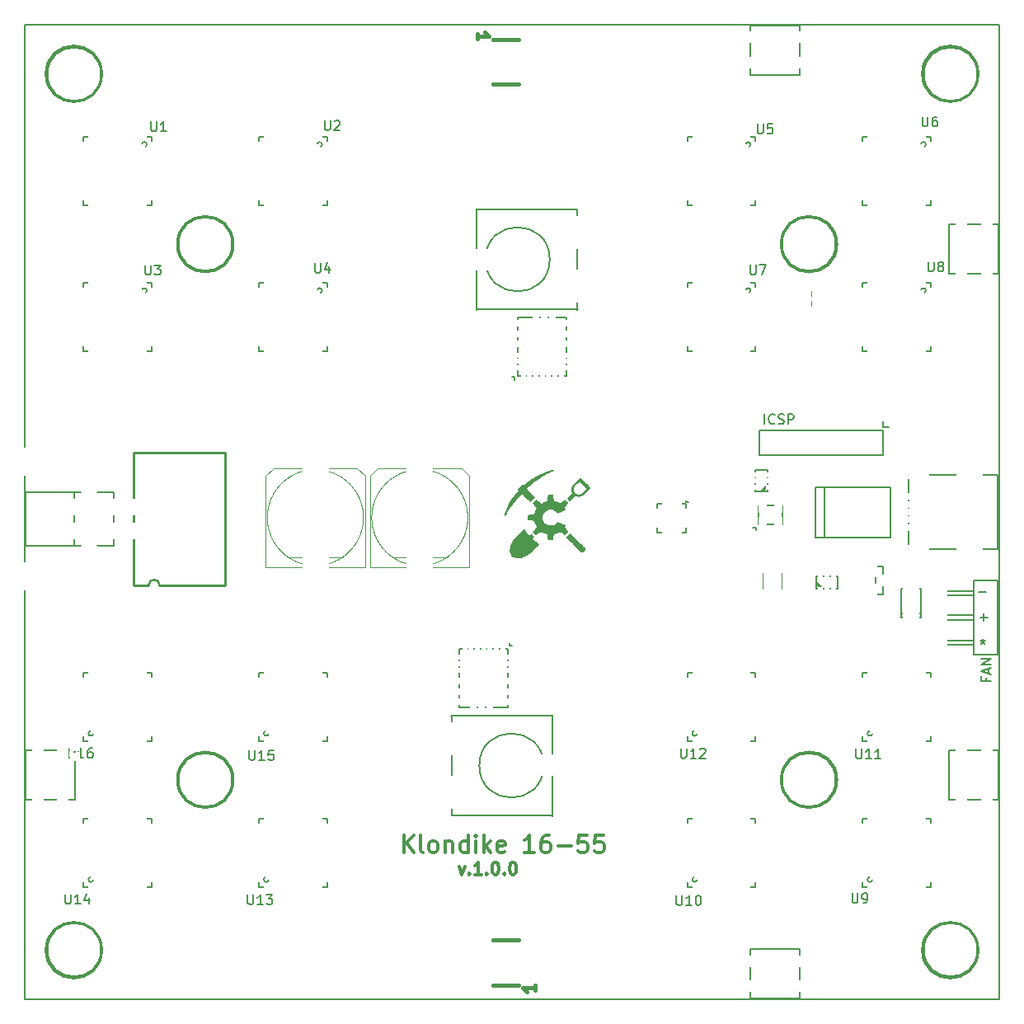
<source format=gto>
G04 (created by PCBNEW (2013-05-16 BZR 4016)-stable) date 11. 12. 2013 14:08:56*
%MOIN*%
G04 Gerber Fmt 3.4, Leading zero omitted, Abs format*
%FSLAX34Y34*%
G01*
G70*
G90*
G04 APERTURE LIST*
%ADD10C,0.00590551*%
%ADD11C,0.011811*%
%ADD12C,0.00787402*%
%ADD13C,0.0001*%
%ADD14C,0.015*%
%ADD15C,0.005*%
%ADD16C,0.008*%
%ADD17C,0.0028*%
%ADD18C,0.01*%
%ADD19C,0.000984252*%
%ADD20C,0.006*%
%ADD21C,0.004*%
%ADD22R,0.0474331X0.0434961*%
%ADD23C,0.20885*%
%ADD24R,0.0375906X0.0454646*%
%ADD25R,0.0828X0.0749*%
%ADD26C,0.0474*%
%ADD27R,0.1005X0.0316*%
%ADD28R,0.1104X0.0907*%
%ADD29R,0.0379843X0.023811*%
%ADD30R,0.0277X0.071*%
%ADD31R,0.0513701X0.0513701*%
%ADD32R,0.0907402X0.062*%
%ADD33R,0.0356X0.0277*%
%ADD34C,0.11811*%
%ADD35R,0.137984X0.0513701*%
%ADD36R,0.0513701X0.137984*%
%ADD37R,0.0316X0.0238*%
%ADD38R,0.0238X0.0316*%
%ADD39R,0.224598X0.224598*%
%ADD40R,0.0238X0.0415*%
%ADD41R,0.0415X0.0238*%
%ADD42R,0.0828661X0.0828661*%
%ADD43R,0.0513701X0.0434961*%
%ADD44R,0.0238X0.0395*%
%ADD45R,0.0395X0.0238*%
%ADD46R,0.0297165X0.110031*%
%ADD47R,0.0958583X0.12578*%
%ADD48R,0.0521575X0.110031*%
%ADD49R,0.117906X0.0730236*%
%ADD50R,0.035622X0.0289291*%
%ADD51R,0.0289291X0.0395591*%
%ADD52R,0.023811X0.0379843*%
%ADD53O,0.0946X0.0946*%
%ADD54C,0.13011*%
%ADD55R,0.031685X0.031685*%
%ADD56R,0.0255906X0.0393701*%
%ADD57R,0.0216535X0.0393701*%
%ADD58R,0.0671181X0.0513701*%
%ADD59R,0.0434961X0.0434961*%
%ADD60R,0.0671181X0.0631811*%
%ADD61R,0.0868031X0.0907402*%
%ADD62R,0.122236X0.134047*%
%ADD63R,0.0749921X0.0434961*%
%ADD64R,0.0434961X0.0513701*%
%ADD65R,0.110425X0.16948*%
%ADD66R,0.0434961X0.0474331*%
%ADD67R,0.0474331X0.0395591*%
%ADD68R,0.0395591X0.0474331*%
%ADD69R,0.0395591X0.031685*%
%ADD70R,0.031685X0.0395591*%
%ADD71R,0.035622X0.031685*%
%ADD72R,0.031685X0.035622*%
%ADD73R,0.232472X0.116331*%
%ADD74R,0.287591X0.0671181*%
%ADD75R,0.0711X0.0396*%
%ADD76R,0.0711X0.0514*%
%ADD77R,0.0435X0.0907*%
G04 APERTURE END LIST*
G54D10*
G54D11*
X56320Y-55668D02*
X56437Y-55996D01*
X56554Y-55668D01*
X56742Y-55949D02*
X56765Y-55973D01*
X56742Y-55996D01*
X56718Y-55973D01*
X56742Y-55949D01*
X56742Y-55996D01*
X57234Y-55996D02*
X56953Y-55996D01*
X57093Y-55996D02*
X57093Y-55504D01*
X57046Y-55574D01*
X56999Y-55621D01*
X56953Y-55644D01*
X57445Y-55949D02*
X57468Y-55973D01*
X57445Y-55996D01*
X57421Y-55973D01*
X57445Y-55949D01*
X57445Y-55996D01*
X57773Y-55504D02*
X57820Y-55504D01*
X57866Y-55527D01*
X57890Y-55551D01*
X57913Y-55598D01*
X57937Y-55691D01*
X57937Y-55808D01*
X57913Y-55902D01*
X57890Y-55949D01*
X57866Y-55973D01*
X57820Y-55996D01*
X57773Y-55996D01*
X57726Y-55973D01*
X57702Y-55949D01*
X57679Y-55902D01*
X57656Y-55808D01*
X57656Y-55691D01*
X57679Y-55598D01*
X57702Y-55551D01*
X57726Y-55527D01*
X57773Y-55504D01*
X58148Y-55949D02*
X58171Y-55973D01*
X58148Y-55996D01*
X58124Y-55973D01*
X58148Y-55949D01*
X58148Y-55996D01*
X58476Y-55504D02*
X58523Y-55504D01*
X58570Y-55527D01*
X58593Y-55551D01*
X58616Y-55598D01*
X58640Y-55691D01*
X58640Y-55808D01*
X58616Y-55902D01*
X58593Y-55949D01*
X58570Y-55973D01*
X58523Y-55996D01*
X58476Y-55996D01*
X58429Y-55973D01*
X58405Y-55949D01*
X58382Y-55902D01*
X58359Y-55808D01*
X58359Y-55691D01*
X58382Y-55598D01*
X58405Y-55551D01*
X58429Y-55527D01*
X58476Y-55504D01*
G54D12*
X68336Y-41958D02*
X68336Y-42076D01*
X68198Y-41958D02*
X68336Y-41958D01*
X73464Y-37903D02*
X73464Y-37687D01*
X73474Y-37903D02*
X73710Y-37903D01*
X58375Y-46742D02*
X58454Y-46742D01*
X58356Y-46643D02*
X58356Y-46742D01*
X58572Y-35875D02*
X58572Y-36003D01*
X58454Y-35875D02*
X58572Y-35875D01*
X77620Y-48045D02*
X77620Y-48176D01*
X77826Y-48176D02*
X77432Y-48176D01*
X77432Y-47988D01*
X77714Y-47857D02*
X77714Y-47670D01*
X77826Y-47895D02*
X77432Y-47763D01*
X77826Y-47632D01*
X77826Y-47501D02*
X77432Y-47501D01*
X77826Y-47276D01*
X77432Y-47276D01*
X77500Y-46488D02*
X77500Y-46581D01*
X77406Y-46544D02*
X77500Y-46581D01*
X77593Y-46544D01*
X77443Y-46656D02*
X77500Y-46581D01*
X77556Y-46656D01*
X77330Y-44586D02*
X77630Y-44586D01*
X77389Y-45590D02*
X77689Y-45590D01*
X77539Y-45740D02*
X77539Y-45440D01*
X68670Y-37777D02*
X68670Y-37383D01*
X69083Y-37739D02*
X69064Y-37758D01*
X69008Y-37777D01*
X68970Y-37777D01*
X68914Y-37758D01*
X68877Y-37721D01*
X68858Y-37683D01*
X68839Y-37608D01*
X68839Y-37552D01*
X68858Y-37477D01*
X68877Y-37440D01*
X68914Y-37402D01*
X68970Y-37383D01*
X69008Y-37383D01*
X69064Y-37402D01*
X69083Y-37421D01*
X69233Y-37758D02*
X69289Y-37777D01*
X69383Y-37777D01*
X69420Y-37758D01*
X69439Y-37739D01*
X69458Y-37702D01*
X69458Y-37664D01*
X69439Y-37627D01*
X69420Y-37608D01*
X69383Y-37589D01*
X69308Y-37571D01*
X69270Y-37552D01*
X69251Y-37533D01*
X69233Y-37496D01*
X69233Y-37458D01*
X69251Y-37421D01*
X69270Y-37402D01*
X69308Y-37383D01*
X69401Y-37383D01*
X69458Y-37402D01*
X69626Y-37777D02*
X69626Y-37383D01*
X69776Y-37383D01*
X69814Y-37402D01*
X69833Y-37421D01*
X69851Y-37458D01*
X69851Y-37514D01*
X69833Y-37552D01*
X69814Y-37571D01*
X69776Y-37589D01*
X69626Y-37589D01*
X65511Y-40925D02*
X65590Y-40925D01*
X65511Y-40856D02*
X65511Y-40925D01*
X40526Y-50887D02*
X40526Y-51206D01*
X40545Y-51243D01*
X40563Y-51262D01*
X40601Y-51281D01*
X40676Y-51281D01*
X40713Y-51262D01*
X40732Y-51243D01*
X40751Y-51206D01*
X40751Y-50887D01*
X41145Y-51281D02*
X40920Y-51281D01*
X41032Y-51281D02*
X41032Y-50887D01*
X40995Y-50943D01*
X40957Y-50981D01*
X40920Y-51000D01*
X41482Y-50887D02*
X41407Y-50887D01*
X41369Y-50906D01*
X41351Y-50925D01*
X41313Y-50981D01*
X41294Y-51056D01*
X41294Y-51206D01*
X41313Y-51243D01*
X41332Y-51262D01*
X41369Y-51281D01*
X41444Y-51281D01*
X41482Y-51262D01*
X41501Y-51243D01*
X41519Y-51206D01*
X41519Y-51112D01*
X41501Y-51075D01*
X41482Y-51056D01*
X41444Y-51037D01*
X41369Y-51037D01*
X41332Y-51056D01*
X41313Y-51075D01*
X41294Y-51112D01*
X47839Y-50976D02*
X47839Y-51294D01*
X47858Y-51332D01*
X47876Y-51351D01*
X47914Y-51369D01*
X47989Y-51369D01*
X48026Y-51351D01*
X48045Y-51332D01*
X48064Y-51294D01*
X48064Y-50976D01*
X48458Y-51369D02*
X48233Y-51369D01*
X48345Y-51369D02*
X48345Y-50976D01*
X48308Y-51032D01*
X48270Y-51070D01*
X48233Y-51088D01*
X48814Y-50976D02*
X48626Y-50976D01*
X48607Y-51163D01*
X48626Y-51145D01*
X48664Y-51126D01*
X48757Y-51126D01*
X48795Y-51145D01*
X48814Y-51163D01*
X48832Y-51201D01*
X48832Y-51294D01*
X48814Y-51332D01*
X48795Y-51351D01*
X48757Y-51369D01*
X48664Y-51369D01*
X48626Y-51351D01*
X48607Y-51332D01*
X40398Y-56793D02*
X40398Y-57111D01*
X40417Y-57149D01*
X40435Y-57168D01*
X40473Y-57186D01*
X40548Y-57186D01*
X40585Y-57168D01*
X40604Y-57149D01*
X40623Y-57111D01*
X40623Y-56793D01*
X41017Y-57186D02*
X40792Y-57186D01*
X40904Y-57186D02*
X40904Y-56793D01*
X40867Y-56849D01*
X40829Y-56886D01*
X40792Y-56905D01*
X41354Y-56924D02*
X41354Y-57186D01*
X41260Y-56774D02*
X41167Y-57055D01*
X41410Y-57055D01*
X47780Y-56812D02*
X47780Y-57131D01*
X47799Y-57169D01*
X47817Y-57187D01*
X47855Y-57206D01*
X47930Y-57206D01*
X47967Y-57187D01*
X47986Y-57169D01*
X48005Y-57131D01*
X48005Y-56812D01*
X48398Y-57206D02*
X48173Y-57206D01*
X48286Y-57206D02*
X48286Y-56812D01*
X48248Y-56869D01*
X48211Y-56906D01*
X48173Y-56925D01*
X48530Y-56812D02*
X48773Y-56812D01*
X48642Y-56962D01*
X48698Y-56962D01*
X48736Y-56981D01*
X48755Y-57000D01*
X48773Y-57037D01*
X48773Y-57131D01*
X48755Y-57169D01*
X48736Y-57187D01*
X48698Y-57206D01*
X48586Y-57206D01*
X48548Y-57187D01*
X48530Y-57169D01*
X65290Y-50897D02*
X65290Y-51216D01*
X65308Y-51253D01*
X65327Y-51272D01*
X65365Y-51291D01*
X65440Y-51291D01*
X65477Y-51272D01*
X65496Y-51253D01*
X65515Y-51216D01*
X65515Y-50897D01*
X65908Y-51291D02*
X65683Y-51291D01*
X65796Y-51291D02*
X65796Y-50897D01*
X65758Y-50953D01*
X65721Y-50991D01*
X65683Y-51010D01*
X66058Y-50935D02*
X66077Y-50916D01*
X66115Y-50897D01*
X66208Y-50897D01*
X66246Y-50916D01*
X66264Y-50935D01*
X66283Y-50972D01*
X66283Y-51010D01*
X66264Y-51066D01*
X66040Y-51291D01*
X66283Y-51291D01*
X72376Y-50917D02*
X72376Y-51235D01*
X72395Y-51273D01*
X72414Y-51292D01*
X72451Y-51310D01*
X72526Y-51310D01*
X72564Y-51292D01*
X72582Y-51273D01*
X72601Y-51235D01*
X72601Y-50917D01*
X72995Y-51310D02*
X72770Y-51310D01*
X72882Y-51310D02*
X72882Y-50917D01*
X72845Y-50973D01*
X72807Y-51010D01*
X72770Y-51029D01*
X73370Y-51310D02*
X73145Y-51310D01*
X73257Y-51310D02*
X73257Y-50917D01*
X73220Y-50973D01*
X73182Y-51010D01*
X73145Y-51029D01*
X65112Y-56842D02*
X65112Y-57161D01*
X65131Y-57198D01*
X65150Y-57217D01*
X65187Y-57236D01*
X65262Y-57236D01*
X65300Y-57217D01*
X65319Y-57198D01*
X65337Y-57161D01*
X65337Y-56842D01*
X65731Y-57236D02*
X65506Y-57236D01*
X65619Y-57236D02*
X65619Y-56842D01*
X65581Y-56898D01*
X65544Y-56936D01*
X65506Y-56954D01*
X65975Y-56842D02*
X66012Y-56842D01*
X66050Y-56861D01*
X66069Y-56879D01*
X66087Y-56917D01*
X66106Y-56992D01*
X66106Y-57086D01*
X66087Y-57161D01*
X66069Y-57198D01*
X66050Y-57217D01*
X66012Y-57236D01*
X65975Y-57236D01*
X65937Y-57217D01*
X65919Y-57198D01*
X65900Y-57161D01*
X65881Y-57086D01*
X65881Y-56992D01*
X65900Y-56917D01*
X65919Y-56879D01*
X65937Y-56861D01*
X65975Y-56842D01*
X72219Y-56753D02*
X72219Y-57072D01*
X72238Y-57110D01*
X72257Y-57128D01*
X72294Y-57147D01*
X72369Y-57147D01*
X72407Y-57128D01*
X72425Y-57110D01*
X72444Y-57072D01*
X72444Y-56753D01*
X72650Y-57147D02*
X72725Y-57147D01*
X72763Y-57128D01*
X72782Y-57110D01*
X72819Y-57053D01*
X72838Y-56978D01*
X72838Y-56828D01*
X72819Y-56791D01*
X72800Y-56772D01*
X72763Y-56753D01*
X72688Y-56753D01*
X72650Y-56772D01*
X72632Y-56791D01*
X72613Y-56828D01*
X72613Y-56922D01*
X72632Y-56960D01*
X72650Y-56978D01*
X72688Y-56997D01*
X72763Y-56997D01*
X72800Y-56978D01*
X72819Y-56960D01*
X72838Y-56922D01*
X75290Y-31222D02*
X75290Y-31541D01*
X75309Y-31578D01*
X75328Y-31597D01*
X75365Y-31616D01*
X75440Y-31616D01*
X75478Y-31597D01*
X75496Y-31578D01*
X75515Y-31541D01*
X75515Y-31222D01*
X75759Y-31391D02*
X75721Y-31372D01*
X75703Y-31353D01*
X75684Y-31316D01*
X75684Y-31297D01*
X75703Y-31259D01*
X75721Y-31241D01*
X75759Y-31222D01*
X75834Y-31222D01*
X75871Y-31241D01*
X75890Y-31259D01*
X75909Y-31297D01*
X75909Y-31316D01*
X75890Y-31353D01*
X75871Y-31372D01*
X75834Y-31391D01*
X75759Y-31391D01*
X75721Y-31409D01*
X75703Y-31428D01*
X75684Y-31466D01*
X75684Y-31541D01*
X75703Y-31578D01*
X75721Y-31597D01*
X75759Y-31616D01*
X75834Y-31616D01*
X75871Y-31597D01*
X75890Y-31578D01*
X75909Y-31541D01*
X75909Y-31466D01*
X75890Y-31428D01*
X75871Y-31409D01*
X75834Y-31391D01*
X68105Y-31350D02*
X68105Y-31669D01*
X68124Y-31706D01*
X68143Y-31725D01*
X68180Y-31744D01*
X68255Y-31744D01*
X68293Y-31725D01*
X68311Y-31706D01*
X68330Y-31669D01*
X68330Y-31350D01*
X68480Y-31350D02*
X68742Y-31350D01*
X68574Y-31744D01*
X75054Y-25356D02*
X75054Y-25674D01*
X75073Y-25712D01*
X75091Y-25731D01*
X75129Y-25749D01*
X75204Y-25749D01*
X75241Y-25731D01*
X75260Y-25712D01*
X75279Y-25674D01*
X75279Y-25356D01*
X75635Y-25356D02*
X75560Y-25356D01*
X75523Y-25374D01*
X75504Y-25393D01*
X75466Y-25449D01*
X75448Y-25524D01*
X75448Y-25674D01*
X75466Y-25712D01*
X75485Y-25731D01*
X75523Y-25749D01*
X75598Y-25749D01*
X75635Y-25731D01*
X75654Y-25712D01*
X75673Y-25674D01*
X75673Y-25581D01*
X75654Y-25543D01*
X75635Y-25524D01*
X75598Y-25506D01*
X75523Y-25506D01*
X75485Y-25524D01*
X75466Y-25543D01*
X75448Y-25581D01*
X68390Y-25651D02*
X68390Y-25970D01*
X68409Y-26007D01*
X68428Y-26026D01*
X68465Y-26045D01*
X68540Y-26045D01*
X68578Y-26026D01*
X68597Y-26007D01*
X68615Y-25970D01*
X68615Y-25651D01*
X68990Y-25651D02*
X68803Y-25651D01*
X68784Y-25838D01*
X68803Y-25820D01*
X68840Y-25801D01*
X68934Y-25801D01*
X68972Y-25820D01*
X68990Y-25838D01*
X69009Y-25876D01*
X69009Y-25970D01*
X68990Y-26007D01*
X68972Y-26026D01*
X68934Y-26045D01*
X68840Y-26045D01*
X68803Y-26026D01*
X68784Y-26007D01*
X50497Y-31271D02*
X50497Y-31590D01*
X50516Y-31627D01*
X50534Y-31646D01*
X50572Y-31665D01*
X50647Y-31665D01*
X50684Y-31646D01*
X50703Y-31627D01*
X50722Y-31590D01*
X50722Y-31271D01*
X51078Y-31402D02*
X51078Y-31665D01*
X50984Y-31252D02*
X50890Y-31534D01*
X51134Y-31534D01*
X43637Y-31360D02*
X43637Y-31678D01*
X43655Y-31716D01*
X43674Y-31735D01*
X43712Y-31753D01*
X43787Y-31753D01*
X43824Y-31735D01*
X43843Y-31716D01*
X43862Y-31678D01*
X43862Y-31360D01*
X44011Y-31360D02*
X44255Y-31360D01*
X44124Y-31510D01*
X44180Y-31510D01*
X44218Y-31528D01*
X44236Y-31547D01*
X44255Y-31585D01*
X44255Y-31678D01*
X44236Y-31716D01*
X44218Y-31735D01*
X44180Y-31753D01*
X44068Y-31753D01*
X44030Y-31735D01*
X44011Y-31716D01*
X50890Y-25503D02*
X50890Y-25822D01*
X50909Y-25860D01*
X50928Y-25878D01*
X50965Y-25897D01*
X51040Y-25897D01*
X51078Y-25878D01*
X51097Y-25860D01*
X51115Y-25822D01*
X51115Y-25503D01*
X51284Y-25541D02*
X51303Y-25522D01*
X51340Y-25503D01*
X51434Y-25503D01*
X51472Y-25522D01*
X51490Y-25541D01*
X51509Y-25578D01*
X51509Y-25616D01*
X51490Y-25672D01*
X51265Y-25897D01*
X51509Y-25897D01*
X43873Y-25553D02*
X43873Y-25871D01*
X43892Y-25909D01*
X43910Y-25928D01*
X43948Y-25946D01*
X44023Y-25946D01*
X44060Y-25928D01*
X44079Y-25909D01*
X44098Y-25871D01*
X44098Y-25553D01*
X44491Y-25946D02*
X44266Y-25946D01*
X44379Y-25946D02*
X44379Y-25553D01*
X44341Y-25609D01*
X44304Y-25646D01*
X44266Y-25665D01*
G54D11*
X54091Y-55101D02*
X54091Y-54412D01*
X54484Y-55101D02*
X54189Y-54708D01*
X54484Y-54412D02*
X54091Y-54806D01*
X54878Y-55101D02*
X54812Y-55068D01*
X54780Y-55003D01*
X54780Y-54412D01*
X55239Y-55101D02*
X55173Y-55068D01*
X55141Y-55036D01*
X55108Y-54970D01*
X55108Y-54773D01*
X55141Y-54708D01*
X55173Y-54675D01*
X55239Y-54642D01*
X55337Y-54642D01*
X55403Y-54675D01*
X55436Y-54708D01*
X55469Y-54773D01*
X55469Y-54970D01*
X55436Y-55036D01*
X55403Y-55068D01*
X55337Y-55101D01*
X55239Y-55101D01*
X55764Y-54642D02*
X55764Y-55101D01*
X55764Y-54708D02*
X55797Y-54675D01*
X55862Y-54642D01*
X55961Y-54642D01*
X56026Y-54675D01*
X56059Y-54740D01*
X56059Y-55101D01*
X56683Y-55101D02*
X56683Y-54412D01*
X56683Y-55068D02*
X56617Y-55101D01*
X56486Y-55101D01*
X56420Y-55068D01*
X56387Y-55036D01*
X56354Y-54970D01*
X56354Y-54773D01*
X56387Y-54708D01*
X56420Y-54675D01*
X56486Y-54642D01*
X56617Y-54642D01*
X56683Y-54675D01*
X57011Y-55101D02*
X57011Y-54642D01*
X57011Y-54412D02*
X56978Y-54445D01*
X57011Y-54478D01*
X57043Y-54445D01*
X57011Y-54412D01*
X57011Y-54478D01*
X57339Y-55101D02*
X57339Y-54412D01*
X57404Y-54839D02*
X57601Y-55101D01*
X57601Y-54642D02*
X57339Y-54904D01*
X58159Y-55068D02*
X58093Y-55101D01*
X57962Y-55101D01*
X57896Y-55068D01*
X57864Y-55003D01*
X57864Y-54740D01*
X57896Y-54675D01*
X57962Y-54642D01*
X58093Y-54642D01*
X58159Y-54675D01*
X58192Y-54740D01*
X58192Y-54806D01*
X57864Y-54872D01*
X59373Y-55101D02*
X58979Y-55101D01*
X59176Y-55101D02*
X59176Y-54412D01*
X59110Y-54511D01*
X59045Y-54576D01*
X58979Y-54609D01*
X59963Y-54412D02*
X59832Y-54412D01*
X59767Y-54445D01*
X59734Y-54478D01*
X59668Y-54576D01*
X59635Y-54708D01*
X59635Y-54970D01*
X59668Y-55036D01*
X59701Y-55068D01*
X59767Y-55101D01*
X59898Y-55101D01*
X59963Y-55068D01*
X59996Y-55036D01*
X60029Y-54970D01*
X60029Y-54806D01*
X59996Y-54740D01*
X59963Y-54708D01*
X59898Y-54675D01*
X59767Y-54675D01*
X59701Y-54708D01*
X59668Y-54740D01*
X59635Y-54806D01*
X60324Y-54839D02*
X60849Y-54839D01*
X61505Y-54412D02*
X61177Y-54412D01*
X61145Y-54740D01*
X61177Y-54708D01*
X61243Y-54675D01*
X61407Y-54675D01*
X61473Y-54708D01*
X61505Y-54740D01*
X61538Y-54806D01*
X61538Y-54970D01*
X61505Y-55036D01*
X61473Y-55068D01*
X61407Y-55101D01*
X61243Y-55101D01*
X61177Y-55068D01*
X61145Y-55036D01*
X62162Y-54412D02*
X61833Y-54412D01*
X61801Y-54740D01*
X61833Y-54708D01*
X61899Y-54675D01*
X62063Y-54675D01*
X62129Y-54708D01*
X62162Y-54740D01*
X62194Y-54806D01*
X62194Y-54970D01*
X62162Y-55036D01*
X62129Y-55068D01*
X62063Y-55101D01*
X61899Y-55101D01*
X61833Y-55068D01*
X61801Y-55036D01*
G54D10*
X38779Y-61023D02*
X78149Y-61023D01*
X78149Y-61023D02*
X78149Y-21653D01*
X78149Y-21653D02*
X38779Y-21653D01*
X38779Y-21653D02*
X38779Y-61023D01*
G54D13*
G36*
X61233Y-39949D02*
X61241Y-39955D01*
X61258Y-39970D01*
X61283Y-39993D01*
X61314Y-40022D01*
X61350Y-40057D01*
X61389Y-40095D01*
X61397Y-40103D01*
X61189Y-40103D01*
X61088Y-40206D01*
X61045Y-40250D01*
X61013Y-40286D01*
X60989Y-40315D01*
X60973Y-40341D01*
X60963Y-40366D01*
X60958Y-40391D01*
X60956Y-40419D01*
X60955Y-40430D01*
X60962Y-40486D01*
X60983Y-40537D01*
X61016Y-40579D01*
X61062Y-40612D01*
X61075Y-40619D01*
X61114Y-40631D01*
X61160Y-40634D01*
X61206Y-40631D01*
X61246Y-40619D01*
X61260Y-40610D01*
X61282Y-40593D01*
X61309Y-40570D01*
X61340Y-40542D01*
X61372Y-40512D01*
X61404Y-40483D01*
X61432Y-40454D01*
X61455Y-40430D01*
X61472Y-40412D01*
X61478Y-40401D01*
X61478Y-40400D01*
X61473Y-40393D01*
X61458Y-40376D01*
X61436Y-40351D01*
X61406Y-40321D01*
X61371Y-40285D01*
X61334Y-40247D01*
X61189Y-40103D01*
X61397Y-40103D01*
X61430Y-40136D01*
X61471Y-40177D01*
X61510Y-40217D01*
X61547Y-40255D01*
X61580Y-40290D01*
X61607Y-40318D01*
X61627Y-40340D01*
X61638Y-40354D01*
X61640Y-40357D01*
X61635Y-40366D01*
X61620Y-40383D01*
X61597Y-40408D01*
X61567Y-40440D01*
X61532Y-40476D01*
X61493Y-40516D01*
X61488Y-40520D01*
X61442Y-40567D01*
X61404Y-40603D01*
X61374Y-40631D01*
X61350Y-40653D01*
X61330Y-40669D01*
X61312Y-40681D01*
X61295Y-40691D01*
X61282Y-40697D01*
X61254Y-40710D01*
X61231Y-40718D01*
X61208Y-40721D01*
X61178Y-40722D01*
X61159Y-40722D01*
X61118Y-40721D01*
X61088Y-40717D01*
X61063Y-40709D01*
X61055Y-40706D01*
X61021Y-40690D01*
X60911Y-40799D01*
X60801Y-40907D01*
X60742Y-40848D01*
X60682Y-40788D01*
X60791Y-40679D01*
X60828Y-40641D01*
X60856Y-40613D01*
X60875Y-40593D01*
X60887Y-40578D01*
X60893Y-40568D01*
X60894Y-40560D01*
X60892Y-40553D01*
X60890Y-40550D01*
X60871Y-40497D01*
X60865Y-40439D01*
X60870Y-40378D01*
X60889Y-40318D01*
X60897Y-40300D01*
X60907Y-40282D01*
X60918Y-40264D01*
X60932Y-40245D01*
X60951Y-40223D01*
X60976Y-40196D01*
X61008Y-40162D01*
X61049Y-40121D01*
X61073Y-40098D01*
X61112Y-40059D01*
X61149Y-40024D01*
X61180Y-39994D01*
X61206Y-39971D01*
X61224Y-39955D01*
X61232Y-39949D01*
X61233Y-39949D01*
X61233Y-39949D01*
X61233Y-39949D01*
G37*
G36*
X60818Y-42204D02*
X60825Y-42209D01*
X60841Y-42224D01*
X60866Y-42247D01*
X60897Y-42277D01*
X60935Y-42313D01*
X60977Y-42354D01*
X61011Y-42387D01*
X61062Y-42437D01*
X61117Y-42491D01*
X61173Y-42545D01*
X61226Y-42597D01*
X61274Y-42643D01*
X61314Y-42683D01*
X61323Y-42691D01*
X61364Y-42732D01*
X61396Y-42764D01*
X61419Y-42788D01*
X61434Y-42806D01*
X61443Y-42820D01*
X61447Y-42830D01*
X61448Y-42834D01*
X61445Y-42846D01*
X61437Y-42861D01*
X61421Y-42880D01*
X61395Y-42907D01*
X61379Y-42922D01*
X61352Y-42948D01*
X61327Y-42969D01*
X61308Y-42984D01*
X61297Y-42989D01*
X61296Y-42989D01*
X61286Y-42984D01*
X61267Y-42968D01*
X61239Y-42943D01*
X61205Y-42911D01*
X61166Y-42872D01*
X61132Y-42837D01*
X61089Y-42794D01*
X61041Y-42744D01*
X60988Y-42691D01*
X60935Y-42636D01*
X60882Y-42582D01*
X60856Y-42556D01*
X60660Y-42357D01*
X60736Y-42281D01*
X60764Y-42253D01*
X60788Y-42230D01*
X60806Y-42213D01*
X60817Y-42205D01*
X60818Y-42204D01*
X60818Y-42204D01*
X60818Y-42204D01*
G37*
G36*
X60115Y-40642D02*
X60132Y-40736D01*
X60141Y-40787D01*
X60148Y-40824D01*
X60154Y-40851D01*
X60160Y-40869D01*
X60168Y-40881D01*
X60178Y-40888D01*
X60191Y-40892D01*
X60209Y-40897D01*
X60214Y-40898D01*
X60245Y-40908D01*
X60283Y-40922D01*
X60322Y-40939D01*
X60340Y-40947D01*
X60414Y-40982D01*
X60511Y-40916D01*
X60545Y-40893D01*
X60574Y-40874D01*
X60597Y-40859D01*
X60611Y-40851D01*
X60614Y-40850D01*
X60622Y-40855D01*
X60638Y-40869D01*
X60660Y-40890D01*
X60681Y-40911D01*
X60742Y-40971D01*
X60672Y-41073D01*
X60602Y-41174D01*
X60625Y-41210D01*
X60636Y-41230D01*
X60642Y-41245D01*
X60642Y-41250D01*
X60633Y-41255D01*
X60613Y-41264D01*
X60582Y-41277D01*
X60543Y-41294D01*
X60498Y-41312D01*
X60473Y-41323D01*
X60310Y-41391D01*
X60266Y-41343D01*
X60212Y-41296D01*
X60153Y-41262D01*
X60089Y-41241D01*
X60023Y-41235D01*
X59957Y-41243D01*
X59892Y-41264D01*
X59847Y-41289D01*
X59795Y-41331D01*
X59754Y-41383D01*
X59724Y-41441D01*
X59707Y-41503D01*
X59702Y-41568D01*
X59709Y-41633D01*
X59730Y-41696D01*
X59765Y-41755D01*
X59765Y-41756D01*
X59810Y-41804D01*
X59863Y-41842D01*
X59923Y-41869D01*
X59987Y-41884D01*
X60052Y-41886D01*
X60099Y-41878D01*
X60149Y-41863D01*
X60190Y-41842D01*
X60229Y-41814D01*
X60261Y-41784D01*
X60282Y-41762D01*
X60300Y-41745D01*
X60311Y-41736D01*
X60312Y-41735D01*
X60321Y-41738D01*
X60341Y-41746D01*
X60371Y-41757D01*
X60407Y-41772D01*
X60447Y-41789D01*
X60490Y-41806D01*
X60531Y-41824D01*
X60569Y-41840D01*
X60602Y-41854D01*
X60626Y-41864D01*
X60639Y-41870D01*
X60641Y-41872D01*
X60640Y-41881D01*
X60633Y-41898D01*
X60625Y-41913D01*
X60602Y-41949D01*
X60671Y-42048D01*
X60739Y-42148D01*
X60675Y-42211D01*
X60611Y-42275D01*
X60514Y-42209D01*
X60480Y-42186D01*
X60450Y-42166D01*
X60427Y-42152D01*
X60413Y-42144D01*
X60410Y-42143D01*
X60399Y-42146D01*
X60379Y-42156D01*
X60360Y-42166D01*
X60335Y-42178D01*
X60301Y-42192D01*
X60263Y-42207D01*
X60239Y-42215D01*
X60204Y-42226D01*
X60181Y-42235D01*
X60167Y-42243D01*
X60159Y-42250D01*
X60156Y-42260D01*
X60154Y-42267D01*
X60151Y-42285D01*
X60145Y-42313D01*
X60139Y-42349D01*
X60132Y-42387D01*
X60115Y-42481D01*
X60025Y-42481D01*
X59934Y-42481D01*
X59912Y-42362D01*
X59905Y-42321D01*
X59898Y-42285D01*
X59892Y-42258D01*
X59887Y-42241D01*
X59886Y-42237D01*
X59877Y-42232D01*
X59857Y-42224D01*
X59830Y-42214D01*
X59816Y-42210D01*
X59778Y-42196D01*
X59738Y-42179D01*
X59705Y-42162D01*
X59701Y-42160D01*
X59651Y-42130D01*
X59544Y-42203D01*
X59438Y-42276D01*
X59374Y-42212D01*
X59310Y-42148D01*
X59383Y-42041D01*
X59456Y-41934D01*
X59430Y-41883D01*
X59398Y-41815D01*
X59375Y-41750D01*
X59370Y-41730D01*
X59362Y-41699D01*
X59268Y-41682D01*
X59228Y-41674D01*
X59189Y-41667D01*
X59157Y-41661D01*
X59137Y-41656D01*
X59100Y-41649D01*
X59102Y-41560D01*
X59105Y-41470D01*
X59231Y-41447D01*
X59357Y-41423D01*
X59381Y-41354D01*
X59395Y-41316D01*
X59412Y-41277D01*
X59427Y-41244D01*
X59431Y-41237D01*
X59445Y-41208D01*
X59451Y-41188D01*
X59450Y-41179D01*
X59444Y-41170D01*
X59430Y-41150D01*
X59412Y-41122D01*
X59389Y-41089D01*
X59377Y-41072D01*
X59310Y-40975D01*
X59374Y-40911D01*
X59439Y-40847D01*
X59543Y-40918D01*
X59648Y-40990D01*
X59715Y-40955D01*
X59750Y-40938D01*
X59787Y-40922D01*
X59819Y-40910D01*
X59828Y-40907D01*
X59854Y-40899D01*
X59874Y-40890D01*
X59883Y-40885D01*
X59887Y-40875D01*
X59893Y-40852D01*
X59901Y-40821D01*
X59909Y-40782D01*
X59913Y-40759D01*
X59934Y-40642D01*
X60025Y-40642D01*
X60115Y-40642D01*
X60115Y-40642D01*
X60115Y-40642D01*
G37*
G36*
X60181Y-39636D02*
X60194Y-39639D01*
X60195Y-39640D01*
X60193Y-39641D01*
X60181Y-39645D01*
X60158Y-39655D01*
X60126Y-39670D01*
X60087Y-39689D01*
X60043Y-39710D01*
X59996Y-39733D01*
X59949Y-39757D01*
X59905Y-39780D01*
X59865Y-39802D01*
X59831Y-39820D01*
X59819Y-39827D01*
X59685Y-39909D01*
X59548Y-40001D01*
X59410Y-40101D01*
X59277Y-40205D01*
X59151Y-40311D01*
X59109Y-40349D01*
X59059Y-40394D01*
X59082Y-40421D01*
X59093Y-40433D01*
X59113Y-40456D01*
X59141Y-40485D01*
X59174Y-40521D01*
X59210Y-40561D01*
X59250Y-40604D01*
X59395Y-40759D01*
X59308Y-40847D01*
X59220Y-40934D01*
X59197Y-40913D01*
X59183Y-40900D01*
X59161Y-40880D01*
X59132Y-40854D01*
X59100Y-40824D01*
X59078Y-40804D01*
X59039Y-40769D01*
X58999Y-40732D01*
X58961Y-40696D01*
X58929Y-40665D01*
X58919Y-40655D01*
X58857Y-40595D01*
X58771Y-40692D01*
X58627Y-40863D01*
X58497Y-41034D01*
X58380Y-41206D01*
X58273Y-41382D01*
X58256Y-41412D01*
X58237Y-41446D01*
X58222Y-41469D01*
X58210Y-41484D01*
X58198Y-41494D01*
X58184Y-41501D01*
X58175Y-41505D01*
X58155Y-41512D01*
X58141Y-41514D01*
X58139Y-41512D01*
X58141Y-41496D01*
X58147Y-41469D01*
X58155Y-41436D01*
X58165Y-41401D01*
X58176Y-41367D01*
X58182Y-41348D01*
X58253Y-41172D01*
X58339Y-41000D01*
X58439Y-40833D01*
X58552Y-40672D01*
X58668Y-40528D01*
X58717Y-40472D01*
X58700Y-40453D01*
X58683Y-40435D01*
X58699Y-40414D01*
X58713Y-40396D01*
X58735Y-40373D01*
X58761Y-40346D01*
X58790Y-40318D01*
X58819Y-40290D01*
X58846Y-40266D01*
X58868Y-40248D01*
X58884Y-40236D01*
X58889Y-40234D01*
X58906Y-40239D01*
X58917Y-40246D01*
X58923Y-40251D01*
X58931Y-40251D01*
X58942Y-40246D01*
X58959Y-40233D01*
X58984Y-40212D01*
X58994Y-40203D01*
X59129Y-40095D01*
X59269Y-39995D01*
X59415Y-39905D01*
X59564Y-39826D01*
X59714Y-39759D01*
X59864Y-39705D01*
X60012Y-39663D01*
X60059Y-39653D01*
X60098Y-39646D01*
X60134Y-39640D01*
X60163Y-39637D01*
X60180Y-39636D01*
X60181Y-39636D01*
X60181Y-39636D01*
X60181Y-39636D01*
G37*
G36*
X58947Y-42030D02*
X58957Y-42031D01*
X58969Y-42038D01*
X58984Y-42054D01*
X59003Y-42081D01*
X59018Y-42104D01*
X59042Y-42138D01*
X59069Y-42174D01*
X59097Y-42210D01*
X59123Y-42243D01*
X59145Y-42268D01*
X59160Y-42283D01*
X59168Y-42289D01*
X59176Y-42290D01*
X59187Y-42283D01*
X59203Y-42267D01*
X59212Y-42258D01*
X59250Y-42220D01*
X59310Y-42279D01*
X59370Y-42338D01*
X59331Y-42378D01*
X59292Y-42417D01*
X59335Y-42457D01*
X59361Y-42479D01*
X59394Y-42506D01*
X59429Y-42533D01*
X59441Y-42543D01*
X59482Y-42572D01*
X59511Y-42594D01*
X59531Y-42611D01*
X59544Y-42622D01*
X59551Y-42631D01*
X59554Y-42639D01*
X59555Y-42645D01*
X59550Y-42655D01*
X59537Y-42672D01*
X59514Y-42698D01*
X59481Y-42733D01*
X59438Y-42778D01*
X59384Y-42832D01*
X59380Y-42836D01*
X59334Y-42880D01*
X59290Y-42923D01*
X59249Y-42962D01*
X59212Y-42996D01*
X59182Y-43023D01*
X59160Y-43042D01*
X59155Y-43046D01*
X59061Y-43108D01*
X58968Y-43155D01*
X58872Y-43190D01*
X58772Y-43211D01*
X58738Y-43216D01*
X58680Y-43217D01*
X58618Y-43207D01*
X58557Y-43188D01*
X58503Y-43162D01*
X58467Y-43136D01*
X58441Y-43105D01*
X58416Y-43064D01*
X58395Y-43015D01*
X58381Y-42964D01*
X58376Y-42941D01*
X58373Y-42872D01*
X58381Y-42796D01*
X58400Y-42714D01*
X58430Y-42629D01*
X58442Y-42601D01*
X58462Y-42560D01*
X58485Y-42519D01*
X58513Y-42478D01*
X58547Y-42433D01*
X58588Y-42384D01*
X58638Y-42329D01*
X58697Y-42267D01*
X58740Y-42223D01*
X58784Y-42179D01*
X58824Y-42139D01*
X58861Y-42103D01*
X58891Y-42074D01*
X58915Y-42052D01*
X58930Y-42038D01*
X58935Y-42035D01*
X58947Y-42030D01*
X58947Y-42030D01*
X58947Y-42030D01*
G37*
G54D14*
X47159Y-30511D02*
G75*
G03X47159Y-30511I-1096J0D01*
G74*
G01*
G54D10*
X68425Y-41850D02*
X69409Y-41850D01*
X69409Y-41850D02*
X69409Y-41062D01*
X69409Y-41062D02*
X68425Y-41062D01*
X68425Y-41062D02*
X68425Y-41850D01*
G54D15*
X74488Y-42853D02*
X78109Y-42853D01*
X78109Y-42853D02*
X78109Y-39823D01*
X78109Y-39823D02*
X74488Y-39823D01*
X74488Y-39823D02*
X74488Y-42853D01*
X68798Y-40253D02*
X68538Y-40513D01*
X68798Y-40313D02*
X68603Y-40513D01*
X68288Y-39823D02*
X68181Y-39823D01*
X68288Y-40333D02*
X68181Y-40333D01*
X68798Y-40078D02*
X68905Y-40078D01*
X68798Y-39823D02*
X68905Y-39823D01*
X68798Y-40333D02*
X68905Y-40333D01*
X68288Y-40078D02*
X68181Y-40078D01*
X68288Y-40513D02*
X68288Y-39643D01*
X68288Y-39643D02*
X68798Y-39643D01*
X68798Y-39643D02*
X68798Y-40513D01*
X68798Y-40513D02*
X68288Y-40513D01*
G54D16*
X70767Y-42381D02*
X73759Y-42381D01*
X73759Y-42381D02*
X73759Y-40335D01*
X73759Y-40335D02*
X70767Y-40335D01*
G54D15*
X70728Y-42381D02*
X71112Y-42381D01*
X71112Y-42381D02*
X71112Y-40335D01*
X71112Y-40335D02*
X70728Y-40335D01*
X70728Y-40335D02*
X70728Y-42381D01*
X73476Y-38043D02*
X73476Y-39043D01*
X73476Y-39043D02*
X68472Y-39043D01*
X68472Y-39033D02*
X68472Y-38033D01*
X68472Y-38043D02*
X73476Y-38043D01*
G54D10*
X75265Y-46525D02*
X77135Y-46525D01*
X77135Y-46525D02*
X77125Y-46712D01*
X77125Y-46712D02*
X75255Y-46712D01*
X75255Y-46712D02*
X75255Y-46535D01*
X75255Y-45521D02*
X77135Y-45521D01*
X77125Y-45521D02*
X77125Y-45708D01*
X77125Y-45708D02*
X75255Y-45708D01*
X75255Y-45708D02*
X75255Y-45521D01*
X75236Y-44704D02*
X75236Y-44527D01*
X75236Y-44527D02*
X75246Y-44537D01*
X75236Y-44527D02*
X77135Y-44527D01*
X77135Y-44527D02*
X77135Y-44694D01*
X77135Y-44694D02*
X75236Y-44694D01*
X77125Y-44114D02*
X77125Y-47106D01*
X77125Y-47106D02*
X78110Y-47106D01*
X78110Y-47106D02*
X78110Y-44114D01*
X78110Y-44114D02*
X77125Y-44114D01*
G54D17*
X70553Y-32616D02*
X70553Y-32416D01*
X70553Y-32416D02*
X70253Y-32416D01*
X70253Y-32416D02*
X70253Y-32616D01*
X70553Y-32816D02*
X70553Y-33016D01*
X70553Y-33016D02*
X70253Y-33016D01*
X70253Y-33016D02*
X70253Y-32816D01*
G54D10*
X68094Y-23657D02*
X68094Y-21657D01*
X68094Y-21657D02*
X70094Y-21657D01*
X70094Y-21657D02*
X70094Y-23657D01*
X70094Y-23657D02*
X68094Y-23657D01*
X76145Y-29708D02*
X78145Y-29708D01*
X78145Y-29708D02*
X78145Y-31708D01*
X78145Y-31708D02*
X76145Y-31708D01*
X76145Y-31708D02*
X76145Y-29708D01*
X76145Y-50968D02*
X78145Y-50968D01*
X78145Y-50968D02*
X78145Y-52968D01*
X78145Y-52968D02*
X76145Y-52968D01*
X76145Y-52968D02*
X76145Y-50968D01*
X70094Y-59019D02*
X70094Y-61019D01*
X70094Y-61019D02*
X68094Y-61019D01*
X68094Y-61019D02*
X68094Y-59019D01*
X68094Y-59019D02*
X70094Y-59019D01*
G54D15*
X41142Y-28936D02*
X43896Y-28936D01*
X43896Y-28936D02*
X43896Y-26182D01*
X43896Y-26182D02*
X41142Y-26182D01*
X41142Y-26182D02*
X41142Y-28936D01*
X43699Y-26477D02*
G75*
G03X43699Y-26477I-98J0D01*
G74*
G01*
X41142Y-34841D02*
X43896Y-34841D01*
X43896Y-34841D02*
X43896Y-32087D01*
X43896Y-32087D02*
X41142Y-32087D01*
X41142Y-32087D02*
X41142Y-34841D01*
X43699Y-32382D02*
G75*
G03X43699Y-32382I-98J0D01*
G74*
G01*
X48229Y-34841D02*
X50983Y-34841D01*
X50983Y-34841D02*
X50983Y-32087D01*
X50983Y-32087D02*
X48229Y-32087D01*
X48229Y-32087D02*
X48229Y-34841D01*
X50786Y-32382D02*
G75*
G03X50786Y-32382I-98J0D01*
G74*
G01*
X48229Y-28936D02*
X50983Y-28936D01*
X50983Y-28936D02*
X50983Y-26182D01*
X50983Y-26182D02*
X48229Y-26182D01*
X48229Y-26182D02*
X48229Y-28936D01*
X50786Y-26477D02*
G75*
G03X50786Y-26477I-98J0D01*
G74*
G01*
X43896Y-47835D02*
X41142Y-47835D01*
X41142Y-47835D02*
X41142Y-50589D01*
X41142Y-50589D02*
X43896Y-50589D01*
X43896Y-50589D02*
X43896Y-47835D01*
X41535Y-50294D02*
G75*
G03X41535Y-50294I-98J0D01*
G74*
G01*
X43896Y-53741D02*
X41142Y-53741D01*
X41142Y-53741D02*
X41142Y-56495D01*
X41142Y-56495D02*
X43896Y-56495D01*
X43896Y-56495D02*
X43896Y-53741D01*
X41535Y-56200D02*
G75*
G03X41535Y-56200I-98J0D01*
G74*
G01*
X50983Y-53741D02*
X48229Y-53741D01*
X48229Y-53741D02*
X48229Y-56495D01*
X48229Y-56495D02*
X50983Y-56495D01*
X50983Y-56495D02*
X50983Y-53741D01*
X48622Y-56200D02*
G75*
G03X48622Y-56200I-98J0D01*
G74*
G01*
X50983Y-47835D02*
X48229Y-47835D01*
X48229Y-47835D02*
X48229Y-50589D01*
X48229Y-50589D02*
X50983Y-50589D01*
X50983Y-50589D02*
X50983Y-47835D01*
X48622Y-50294D02*
G75*
G03X48622Y-50294I-98J0D01*
G74*
G01*
X68306Y-47835D02*
X65552Y-47835D01*
X65552Y-47835D02*
X65552Y-50589D01*
X65552Y-50589D02*
X68306Y-50589D01*
X68306Y-50589D02*
X68306Y-47835D01*
X65945Y-50294D02*
G75*
G03X65945Y-50294I-98J0D01*
G74*
G01*
X68306Y-53741D02*
X65552Y-53741D01*
X65552Y-53741D02*
X65552Y-56495D01*
X65552Y-56495D02*
X68306Y-56495D01*
X68306Y-56495D02*
X68306Y-53741D01*
X65945Y-56200D02*
G75*
G03X65945Y-56200I-98J0D01*
G74*
G01*
X75392Y-53741D02*
X72638Y-53741D01*
X72638Y-53741D02*
X72638Y-56495D01*
X72638Y-56495D02*
X75392Y-56495D01*
X75392Y-56495D02*
X75392Y-53741D01*
X73031Y-56200D02*
G75*
G03X73031Y-56200I-98J0D01*
G74*
G01*
X75392Y-47835D02*
X72638Y-47835D01*
X72638Y-47835D02*
X72638Y-50589D01*
X72638Y-50589D02*
X75392Y-50589D01*
X75392Y-50589D02*
X75392Y-47835D01*
X73031Y-50294D02*
G75*
G03X73031Y-50294I-98J0D01*
G74*
G01*
X72638Y-34841D02*
X75392Y-34841D01*
X75392Y-34841D02*
X75392Y-32087D01*
X75392Y-32087D02*
X72638Y-32087D01*
X72638Y-32087D02*
X72638Y-34841D01*
X75195Y-32382D02*
G75*
G03X75195Y-32382I-98J0D01*
G74*
G01*
X72638Y-28936D02*
X75392Y-28936D01*
X75392Y-28936D02*
X75392Y-26182D01*
X75392Y-26182D02*
X72638Y-26182D01*
X72638Y-26182D02*
X72638Y-28936D01*
X75195Y-26477D02*
G75*
G03X75195Y-26477I-98J0D01*
G74*
G01*
X65552Y-28936D02*
X68306Y-28936D01*
X68306Y-28936D02*
X68306Y-26182D01*
X68306Y-26182D02*
X65552Y-26182D01*
X65552Y-26182D02*
X65552Y-28936D01*
X68109Y-26477D02*
G75*
G03X68109Y-26477I-98J0D01*
G74*
G01*
X65552Y-34841D02*
X68306Y-34841D01*
X68306Y-34841D02*
X68306Y-32087D01*
X68306Y-32087D02*
X65552Y-32087D01*
X65552Y-32087D02*
X65552Y-34841D01*
X68109Y-32382D02*
G75*
G03X68109Y-32382I-98J0D01*
G74*
G01*
X65509Y-40995D02*
X64329Y-40995D01*
X64329Y-40995D02*
X64329Y-42175D01*
X64329Y-42175D02*
X65509Y-42175D01*
X65509Y-42175D02*
X65509Y-40995D01*
X58701Y-33474D02*
X58701Y-35836D01*
X58701Y-35836D02*
X60669Y-35836D01*
X60669Y-35836D02*
X60669Y-33474D01*
X60669Y-33474D02*
X58701Y-33474D01*
X58306Y-49245D02*
X58306Y-46883D01*
X58306Y-46883D02*
X56338Y-46883D01*
X56338Y-46883D02*
X56338Y-49245D01*
X56338Y-49245D02*
X58306Y-49245D01*
G54D10*
X40783Y-52968D02*
X38783Y-52968D01*
X38783Y-52968D02*
X38783Y-50968D01*
X38783Y-50968D02*
X40783Y-50968D01*
X40783Y-50968D02*
X40783Y-52968D01*
G54D14*
X41844Y-23622D02*
G75*
G03X41844Y-23622I-1096J0D01*
G74*
G01*
X41844Y-59055D02*
G75*
G03X41844Y-59055I-1096J0D01*
G74*
G01*
X47159Y-52165D02*
G75*
G03X47159Y-52165I-1096J0D01*
G74*
G01*
X71569Y-52165D02*
G75*
G03X71569Y-52165I-1096J0D01*
G74*
G01*
X77277Y-59055D02*
G75*
G03X77277Y-59055I-1096J0D01*
G74*
G01*
X77277Y-23622D02*
G75*
G03X77277Y-23622I-1096J0D01*
G74*
G01*
X71569Y-30511D02*
G75*
G03X71569Y-30511I-1096J0D01*
G74*
G01*
G54D15*
X71025Y-44438D02*
X70765Y-44178D01*
X70965Y-44438D02*
X70765Y-44243D01*
X71455Y-43928D02*
X71455Y-43820D01*
X70945Y-43928D02*
X70945Y-43820D01*
X71200Y-44438D02*
X71200Y-44545D01*
X71455Y-44438D02*
X71455Y-44545D01*
X70945Y-44438D02*
X70945Y-44545D01*
X71200Y-43928D02*
X71200Y-43820D01*
X70765Y-43928D02*
X71635Y-43928D01*
X71635Y-43928D02*
X71635Y-44438D01*
X71635Y-44438D02*
X70765Y-44438D01*
X70765Y-44438D02*
X70765Y-43928D01*
G54D18*
X46849Y-38937D02*
X46849Y-44291D01*
X46849Y-44291D02*
X44212Y-44291D01*
X43779Y-44291D02*
X43149Y-44291D01*
X43149Y-44291D02*
X43149Y-38937D01*
X43149Y-38937D02*
X46849Y-38937D01*
X43780Y-44291D02*
G75*
G02X44212Y-44291I216J0D01*
G74*
G01*
G54D19*
X69370Y-43690D02*
X68582Y-43690D01*
X68582Y-43690D02*
X68582Y-44596D01*
X68582Y-44596D02*
X69370Y-44596D01*
X69370Y-44596D02*
X69370Y-43690D01*
G54D20*
X73166Y-44674D02*
X73166Y-43534D01*
X73166Y-43534D02*
X73466Y-43534D01*
X73466Y-43534D02*
X73466Y-44674D01*
X73466Y-44674D02*
X73166Y-44674D01*
G54D15*
X74990Y-45423D02*
X74202Y-45423D01*
X74990Y-45620D02*
X74990Y-44438D01*
X74990Y-44438D02*
X74202Y-44438D01*
X74202Y-44438D02*
X74202Y-45620D01*
X74202Y-45620D02*
X74990Y-45620D01*
G54D16*
X61109Y-29113D02*
X61109Y-33169D01*
X61128Y-33150D02*
X57072Y-33150D01*
X57016Y-33172D02*
X57016Y-29064D01*
X57062Y-29096D02*
X61092Y-29096D01*
X59988Y-31123D02*
G75*
G03X59988Y-31123I-1299J0D01*
G74*
G01*
X56020Y-53598D02*
X56020Y-49542D01*
X56001Y-49561D02*
X60057Y-49561D01*
X60113Y-49539D02*
X60113Y-53647D01*
X60067Y-53615D02*
X56037Y-53615D01*
X59739Y-51588D02*
G75*
G03X59739Y-51588I-1299J0D01*
G74*
G01*
G54D21*
X48823Y-39559D02*
X52207Y-39559D01*
X52522Y-43573D02*
X48508Y-43573D01*
X51480Y-39874D02*
G75*
G02X50180Y-43485I-965J-1691D01*
G74*
G01*
X50171Y-43573D02*
X48508Y-43573D01*
X48508Y-43573D02*
X48508Y-39874D01*
X48508Y-39874D02*
X48823Y-39559D01*
X52207Y-39559D02*
X52522Y-39874D01*
X52522Y-39874D02*
X52522Y-43573D01*
X52522Y-43573D02*
X50849Y-43573D01*
X49550Y-43258D02*
G75*
G02X50850Y-39648I965J1691D01*
G74*
G01*
X51627Y-43160D02*
X49413Y-43160D01*
X52463Y-41566D02*
G75*
G03X52463Y-41566I-1948J0D01*
G74*
G01*
X53044Y-39559D02*
X56428Y-39559D01*
X56743Y-43573D02*
X52729Y-43573D01*
X55701Y-39874D02*
G75*
G02X54401Y-43485I-965J-1691D01*
G74*
G01*
X54392Y-43573D02*
X52729Y-43573D01*
X52729Y-43573D02*
X52729Y-39874D01*
X52729Y-39874D02*
X53044Y-39559D01*
X56428Y-39559D02*
X56743Y-39874D01*
X56743Y-39874D02*
X56743Y-43573D01*
X56743Y-43573D02*
X55070Y-43573D01*
X53771Y-43258D02*
G75*
G02X55071Y-39648I965J1691D01*
G74*
G01*
X55848Y-43160D02*
X53634Y-43160D01*
X56684Y-41566D02*
G75*
G03X56684Y-41566I-1948J0D01*
G74*
G01*
G54D10*
X40777Y-40541D02*
X42352Y-40541D01*
X42352Y-40541D02*
X42352Y-42706D01*
X42352Y-42706D02*
X40777Y-42706D01*
X38809Y-42706D02*
X38809Y-40541D01*
X38809Y-40541D02*
X40777Y-40541D01*
X40777Y-40541D02*
X40777Y-42706D01*
X40777Y-42706D02*
X38809Y-42706D01*
G54D14*
X57049Y-22018D02*
X57049Y-22215D01*
X57364Y-21939D02*
X57521Y-22116D01*
X57521Y-22116D02*
X57049Y-22116D01*
X57698Y-22234D02*
X58722Y-22234D01*
X58722Y-24046D02*
X57698Y-24046D01*
X59381Y-60672D02*
X59381Y-60475D01*
X59066Y-60751D02*
X58909Y-60574D01*
X58909Y-60574D02*
X59381Y-60574D01*
X58732Y-60456D02*
X57708Y-60456D01*
X57708Y-58644D02*
X58732Y-58644D01*
%LPC*%
G54D22*
X59705Y-22550D03*
X60334Y-22550D03*
G54D23*
X46062Y-30511D03*
G54D24*
X69242Y-41151D03*
X68592Y-41151D03*
X69242Y-41761D03*
X68592Y-41761D03*
G54D25*
X56279Y-29960D03*
X56279Y-31062D03*
X55413Y-29960D03*
X55413Y-31062D03*
X61850Y-29980D03*
X61850Y-31082D03*
X62775Y-29980D03*
X62775Y-31082D03*
X60885Y-52607D03*
X60885Y-51505D03*
X61712Y-52587D03*
X61712Y-51485D03*
X55275Y-52657D03*
X55275Y-51555D03*
X54429Y-52657D03*
X54429Y-51555D03*
G54D26*
X75807Y-42204D03*
X75807Y-40472D03*
G54D27*
X74763Y-41338D03*
X74763Y-41652D03*
X74763Y-41967D03*
X74763Y-41024D03*
X74763Y-40709D03*
G54D28*
X74803Y-43089D03*
X74803Y-39587D03*
X76948Y-43089D03*
X76948Y-39587D03*
G54D29*
X68905Y-40334D03*
X68181Y-40078D03*
X68905Y-39822D03*
X68905Y-40078D03*
X68181Y-39822D03*
X68181Y-40334D03*
G54D30*
X71112Y-42785D03*
X71368Y-42785D03*
X71624Y-42785D03*
X71880Y-42785D03*
X72136Y-42785D03*
X72390Y-42785D03*
X72646Y-42785D03*
X72902Y-42785D03*
X73158Y-42785D03*
X73414Y-42785D03*
X73414Y-39931D03*
X73158Y-39931D03*
X72902Y-39931D03*
X72646Y-39931D03*
X72390Y-39931D03*
X72136Y-39931D03*
X71880Y-39931D03*
X71624Y-39931D03*
X71368Y-39931D03*
X71112Y-39931D03*
G54D31*
X71976Y-38543D03*
X70976Y-38543D03*
X69976Y-38543D03*
X72976Y-38543D03*
X68976Y-38543D03*
G54D32*
X75629Y-45610D03*
X75629Y-46614D03*
X75629Y-44606D03*
G54D33*
X70403Y-32539D03*
X70403Y-32893D03*
G54D34*
X72637Y-25196D03*
X75393Y-57480D03*
X43651Y-58100D03*
X52362Y-24212D03*
X40206Y-36082D03*
X64566Y-36417D03*
X51968Y-46653D03*
X64960Y-46653D03*
G54D35*
X68051Y-23159D03*
X68051Y-22155D03*
X70137Y-22155D03*
X70137Y-23159D03*
G54D36*
X76643Y-29665D03*
X77647Y-29665D03*
X77647Y-31751D03*
X76643Y-31751D03*
X76643Y-50925D03*
X77647Y-50925D03*
X77647Y-53011D03*
X76643Y-53011D03*
G54D35*
X70137Y-59517D03*
X70137Y-60521D03*
X68051Y-60521D03*
X68051Y-59517D03*
G54D37*
X43896Y-26477D03*
X43896Y-26674D03*
X43896Y-26871D03*
X43896Y-27067D03*
X43896Y-27264D03*
X43896Y-27461D03*
X43896Y-27657D03*
X43896Y-27854D03*
X43896Y-28051D03*
X43896Y-28247D03*
X43896Y-28444D03*
X43896Y-28641D03*
G54D38*
X43601Y-28936D03*
X43404Y-28936D03*
X43207Y-28936D03*
X43011Y-28936D03*
X42814Y-28936D03*
X42617Y-28936D03*
X42421Y-28936D03*
X42224Y-28936D03*
X42027Y-28936D03*
X41831Y-28936D03*
X41634Y-28936D03*
X41437Y-28936D03*
G54D37*
X41142Y-28641D03*
X41142Y-28444D03*
X41142Y-28247D03*
X41142Y-28051D03*
X41142Y-27854D03*
X41142Y-27657D03*
X41142Y-27461D03*
X41142Y-27264D03*
X41142Y-27067D03*
X41142Y-26871D03*
X41142Y-26674D03*
X41142Y-26477D03*
G54D38*
X41437Y-26182D03*
X41634Y-26182D03*
X41831Y-26182D03*
X42027Y-26182D03*
X42224Y-26182D03*
X42421Y-26182D03*
X42617Y-26182D03*
X42814Y-26182D03*
X43011Y-26182D03*
X43207Y-26182D03*
X43404Y-26182D03*
X43601Y-26182D03*
G54D39*
X42519Y-27559D03*
G54D37*
X43896Y-32382D03*
X43896Y-32579D03*
X43896Y-32776D03*
X43896Y-32972D03*
X43896Y-33169D03*
X43896Y-33366D03*
X43896Y-33562D03*
X43896Y-33759D03*
X43896Y-33956D03*
X43896Y-34152D03*
X43896Y-34349D03*
X43896Y-34546D03*
G54D38*
X43601Y-34841D03*
X43404Y-34841D03*
X43207Y-34841D03*
X43011Y-34841D03*
X42814Y-34841D03*
X42617Y-34841D03*
X42421Y-34841D03*
X42224Y-34841D03*
X42027Y-34841D03*
X41831Y-34841D03*
X41634Y-34841D03*
X41437Y-34841D03*
G54D37*
X41142Y-34546D03*
X41142Y-34349D03*
X41142Y-34152D03*
X41142Y-33956D03*
X41142Y-33759D03*
X41142Y-33562D03*
X41142Y-33366D03*
X41142Y-33169D03*
X41142Y-32972D03*
X41142Y-32776D03*
X41142Y-32579D03*
X41142Y-32382D03*
G54D38*
X41437Y-32087D03*
X41634Y-32087D03*
X41831Y-32087D03*
X42027Y-32087D03*
X42224Y-32087D03*
X42421Y-32087D03*
X42617Y-32087D03*
X42814Y-32087D03*
X43011Y-32087D03*
X43207Y-32087D03*
X43404Y-32087D03*
X43601Y-32087D03*
G54D39*
X42519Y-33464D03*
G54D37*
X50983Y-32382D03*
X50983Y-32579D03*
X50983Y-32776D03*
X50983Y-32972D03*
X50983Y-33169D03*
X50983Y-33366D03*
X50983Y-33562D03*
X50983Y-33759D03*
X50983Y-33956D03*
X50983Y-34152D03*
X50983Y-34349D03*
X50983Y-34546D03*
G54D38*
X50688Y-34841D03*
X50491Y-34841D03*
X50294Y-34841D03*
X50098Y-34841D03*
X49901Y-34841D03*
X49704Y-34841D03*
X49508Y-34841D03*
X49311Y-34841D03*
X49114Y-34841D03*
X48918Y-34841D03*
X48721Y-34841D03*
X48524Y-34841D03*
G54D37*
X48229Y-34546D03*
X48229Y-34349D03*
X48229Y-34152D03*
X48229Y-33956D03*
X48229Y-33759D03*
X48229Y-33562D03*
X48229Y-33366D03*
X48229Y-33169D03*
X48229Y-32972D03*
X48229Y-32776D03*
X48229Y-32579D03*
X48229Y-32382D03*
G54D38*
X48524Y-32087D03*
X48721Y-32087D03*
X48918Y-32087D03*
X49114Y-32087D03*
X49311Y-32087D03*
X49508Y-32087D03*
X49704Y-32087D03*
X49901Y-32087D03*
X50098Y-32087D03*
X50294Y-32087D03*
X50491Y-32087D03*
X50688Y-32087D03*
G54D39*
X49606Y-33464D03*
G54D37*
X50983Y-26477D03*
X50983Y-26674D03*
X50983Y-26871D03*
X50983Y-27067D03*
X50983Y-27264D03*
X50983Y-27461D03*
X50983Y-27657D03*
X50983Y-27854D03*
X50983Y-28051D03*
X50983Y-28247D03*
X50983Y-28444D03*
X50983Y-28641D03*
G54D38*
X50688Y-28936D03*
X50491Y-28936D03*
X50294Y-28936D03*
X50098Y-28936D03*
X49901Y-28936D03*
X49704Y-28936D03*
X49508Y-28936D03*
X49311Y-28936D03*
X49114Y-28936D03*
X48918Y-28936D03*
X48721Y-28936D03*
X48524Y-28936D03*
G54D37*
X48229Y-28641D03*
X48229Y-28444D03*
X48229Y-28247D03*
X48229Y-28051D03*
X48229Y-27854D03*
X48229Y-27657D03*
X48229Y-27461D03*
X48229Y-27264D03*
X48229Y-27067D03*
X48229Y-26871D03*
X48229Y-26674D03*
X48229Y-26477D03*
G54D38*
X48524Y-26182D03*
X48721Y-26182D03*
X48918Y-26182D03*
X49114Y-26182D03*
X49311Y-26182D03*
X49508Y-26182D03*
X49704Y-26182D03*
X49901Y-26182D03*
X50098Y-26182D03*
X50294Y-26182D03*
X50491Y-26182D03*
X50688Y-26182D03*
G54D39*
X49606Y-27559D03*
G54D37*
X41142Y-50294D03*
X41142Y-50097D03*
X41142Y-49900D03*
X41142Y-49704D03*
X41142Y-49507D03*
X41142Y-49310D03*
X41142Y-49114D03*
X41142Y-48917D03*
X41142Y-48720D03*
X41142Y-48524D03*
X41142Y-48327D03*
X41142Y-48130D03*
G54D38*
X41437Y-47835D03*
X41634Y-47835D03*
X41831Y-47835D03*
X42027Y-47835D03*
X42224Y-47835D03*
X42421Y-47835D03*
X42617Y-47835D03*
X42814Y-47835D03*
X43011Y-47835D03*
X43207Y-47835D03*
X43404Y-47835D03*
X43601Y-47835D03*
G54D37*
X43896Y-48130D03*
X43896Y-48327D03*
X43896Y-48524D03*
X43896Y-48720D03*
X43896Y-48917D03*
X43896Y-49114D03*
X43896Y-49310D03*
X43896Y-49507D03*
X43896Y-49704D03*
X43896Y-49900D03*
X43896Y-50097D03*
X43896Y-50294D03*
G54D38*
X43601Y-50589D03*
X43404Y-50589D03*
X43207Y-50589D03*
X43011Y-50589D03*
X42814Y-50589D03*
X42617Y-50589D03*
X42421Y-50589D03*
X42224Y-50589D03*
X42027Y-50589D03*
X41831Y-50589D03*
X41634Y-50589D03*
X41437Y-50589D03*
G54D39*
X42519Y-49212D03*
G54D37*
X41142Y-56200D03*
X41142Y-56003D03*
X41142Y-55806D03*
X41142Y-55610D03*
X41142Y-55413D03*
X41142Y-55216D03*
X41142Y-55020D03*
X41142Y-54823D03*
X41142Y-54626D03*
X41142Y-54430D03*
X41142Y-54233D03*
X41142Y-54036D03*
G54D38*
X41437Y-53741D03*
X41634Y-53741D03*
X41831Y-53741D03*
X42027Y-53741D03*
X42224Y-53741D03*
X42421Y-53741D03*
X42617Y-53741D03*
X42814Y-53741D03*
X43011Y-53741D03*
X43207Y-53741D03*
X43404Y-53741D03*
X43601Y-53741D03*
G54D37*
X43896Y-54036D03*
X43896Y-54233D03*
X43896Y-54430D03*
X43896Y-54626D03*
X43896Y-54823D03*
X43896Y-55020D03*
X43896Y-55216D03*
X43896Y-55413D03*
X43896Y-55610D03*
X43896Y-55806D03*
X43896Y-56003D03*
X43896Y-56200D03*
G54D38*
X43601Y-56495D03*
X43404Y-56495D03*
X43207Y-56495D03*
X43011Y-56495D03*
X42814Y-56495D03*
X42617Y-56495D03*
X42421Y-56495D03*
X42224Y-56495D03*
X42027Y-56495D03*
X41831Y-56495D03*
X41634Y-56495D03*
X41437Y-56495D03*
G54D39*
X42519Y-55118D03*
G54D37*
X48229Y-56200D03*
X48229Y-56003D03*
X48229Y-55806D03*
X48229Y-55610D03*
X48229Y-55413D03*
X48229Y-55216D03*
X48229Y-55020D03*
X48229Y-54823D03*
X48229Y-54626D03*
X48229Y-54430D03*
X48229Y-54233D03*
X48229Y-54036D03*
G54D38*
X48524Y-53741D03*
X48721Y-53741D03*
X48918Y-53741D03*
X49114Y-53741D03*
X49311Y-53741D03*
X49508Y-53741D03*
X49704Y-53741D03*
X49901Y-53741D03*
X50098Y-53741D03*
X50294Y-53741D03*
X50491Y-53741D03*
X50688Y-53741D03*
G54D37*
X50983Y-54036D03*
X50983Y-54233D03*
X50983Y-54430D03*
X50983Y-54626D03*
X50983Y-54823D03*
X50983Y-55020D03*
X50983Y-55216D03*
X50983Y-55413D03*
X50983Y-55610D03*
X50983Y-55806D03*
X50983Y-56003D03*
X50983Y-56200D03*
G54D38*
X50688Y-56495D03*
X50491Y-56495D03*
X50294Y-56495D03*
X50098Y-56495D03*
X49901Y-56495D03*
X49704Y-56495D03*
X49508Y-56495D03*
X49311Y-56495D03*
X49114Y-56495D03*
X48918Y-56495D03*
X48721Y-56495D03*
X48524Y-56495D03*
G54D39*
X49606Y-55118D03*
G54D37*
X48229Y-50294D03*
X48229Y-50097D03*
X48229Y-49900D03*
X48229Y-49704D03*
X48229Y-49507D03*
X48229Y-49310D03*
X48229Y-49114D03*
X48229Y-48917D03*
X48229Y-48720D03*
X48229Y-48524D03*
X48229Y-48327D03*
X48229Y-48130D03*
G54D38*
X48524Y-47835D03*
X48721Y-47835D03*
X48918Y-47835D03*
X49114Y-47835D03*
X49311Y-47835D03*
X49508Y-47835D03*
X49704Y-47835D03*
X49901Y-47835D03*
X50098Y-47835D03*
X50294Y-47835D03*
X50491Y-47835D03*
X50688Y-47835D03*
G54D37*
X50983Y-48130D03*
X50983Y-48327D03*
X50983Y-48524D03*
X50983Y-48720D03*
X50983Y-48917D03*
X50983Y-49114D03*
X50983Y-49310D03*
X50983Y-49507D03*
X50983Y-49704D03*
X50983Y-49900D03*
X50983Y-50097D03*
X50983Y-50294D03*
G54D38*
X50688Y-50589D03*
X50491Y-50589D03*
X50294Y-50589D03*
X50098Y-50589D03*
X49901Y-50589D03*
X49704Y-50589D03*
X49508Y-50589D03*
X49311Y-50589D03*
X49114Y-50589D03*
X48918Y-50589D03*
X48721Y-50589D03*
X48524Y-50589D03*
G54D39*
X49606Y-49212D03*
G54D37*
X65552Y-50294D03*
X65552Y-50097D03*
X65552Y-49900D03*
X65552Y-49704D03*
X65552Y-49507D03*
X65552Y-49310D03*
X65552Y-49114D03*
X65552Y-48917D03*
X65552Y-48720D03*
X65552Y-48524D03*
X65552Y-48327D03*
X65552Y-48130D03*
G54D38*
X65847Y-47835D03*
X66044Y-47835D03*
X66241Y-47835D03*
X66437Y-47835D03*
X66634Y-47835D03*
X66831Y-47835D03*
X67027Y-47835D03*
X67224Y-47835D03*
X67421Y-47835D03*
X67617Y-47835D03*
X67814Y-47835D03*
X68011Y-47835D03*
G54D37*
X68306Y-48130D03*
X68306Y-48327D03*
X68306Y-48524D03*
X68306Y-48720D03*
X68306Y-48917D03*
X68306Y-49114D03*
X68306Y-49310D03*
X68306Y-49507D03*
X68306Y-49704D03*
X68306Y-49900D03*
X68306Y-50097D03*
X68306Y-50294D03*
G54D38*
X68011Y-50589D03*
X67814Y-50589D03*
X67617Y-50589D03*
X67421Y-50589D03*
X67224Y-50589D03*
X67027Y-50589D03*
X66831Y-50589D03*
X66634Y-50589D03*
X66437Y-50589D03*
X66241Y-50589D03*
X66044Y-50589D03*
X65847Y-50589D03*
G54D39*
X66929Y-49212D03*
G54D37*
X65552Y-56200D03*
X65552Y-56003D03*
X65552Y-55806D03*
X65552Y-55610D03*
X65552Y-55413D03*
X65552Y-55216D03*
X65552Y-55020D03*
X65552Y-54823D03*
X65552Y-54626D03*
X65552Y-54430D03*
X65552Y-54233D03*
X65552Y-54036D03*
G54D38*
X65847Y-53741D03*
X66044Y-53741D03*
X66241Y-53741D03*
X66437Y-53741D03*
X66634Y-53741D03*
X66831Y-53741D03*
X67027Y-53741D03*
X67224Y-53741D03*
X67421Y-53741D03*
X67617Y-53741D03*
X67814Y-53741D03*
X68011Y-53741D03*
G54D37*
X68306Y-54036D03*
X68306Y-54233D03*
X68306Y-54430D03*
X68306Y-54626D03*
X68306Y-54823D03*
X68306Y-55020D03*
X68306Y-55216D03*
X68306Y-55413D03*
X68306Y-55610D03*
X68306Y-55806D03*
X68306Y-56003D03*
X68306Y-56200D03*
G54D38*
X68011Y-56495D03*
X67814Y-56495D03*
X67617Y-56495D03*
X67421Y-56495D03*
X67224Y-56495D03*
X67027Y-56495D03*
X66831Y-56495D03*
X66634Y-56495D03*
X66437Y-56495D03*
X66241Y-56495D03*
X66044Y-56495D03*
X65847Y-56495D03*
G54D39*
X66929Y-55118D03*
G54D37*
X72638Y-56200D03*
X72638Y-56003D03*
X72638Y-55806D03*
X72638Y-55610D03*
X72638Y-55413D03*
X72638Y-55216D03*
X72638Y-55020D03*
X72638Y-54823D03*
X72638Y-54626D03*
X72638Y-54430D03*
X72638Y-54233D03*
X72638Y-54036D03*
G54D38*
X72933Y-53741D03*
X73130Y-53741D03*
X73327Y-53741D03*
X73523Y-53741D03*
X73720Y-53741D03*
X73917Y-53741D03*
X74113Y-53741D03*
X74310Y-53741D03*
X74507Y-53741D03*
X74703Y-53741D03*
X74900Y-53741D03*
X75097Y-53741D03*
G54D37*
X75392Y-54036D03*
X75392Y-54233D03*
X75392Y-54430D03*
X75392Y-54626D03*
X75392Y-54823D03*
X75392Y-55020D03*
X75392Y-55216D03*
X75392Y-55413D03*
X75392Y-55610D03*
X75392Y-55806D03*
X75392Y-56003D03*
X75392Y-56200D03*
G54D38*
X75097Y-56495D03*
X74900Y-56495D03*
X74703Y-56495D03*
X74507Y-56495D03*
X74310Y-56495D03*
X74113Y-56495D03*
X73917Y-56495D03*
X73720Y-56495D03*
X73523Y-56495D03*
X73327Y-56495D03*
X73130Y-56495D03*
X72933Y-56495D03*
G54D39*
X74015Y-55118D03*
G54D37*
X72638Y-50294D03*
X72638Y-50097D03*
X72638Y-49900D03*
X72638Y-49704D03*
X72638Y-49507D03*
X72638Y-49310D03*
X72638Y-49114D03*
X72638Y-48917D03*
X72638Y-48720D03*
X72638Y-48524D03*
X72638Y-48327D03*
X72638Y-48130D03*
G54D38*
X72933Y-47835D03*
X73130Y-47835D03*
X73327Y-47835D03*
X73523Y-47835D03*
X73720Y-47835D03*
X73917Y-47835D03*
X74113Y-47835D03*
X74310Y-47835D03*
X74507Y-47835D03*
X74703Y-47835D03*
X74900Y-47835D03*
X75097Y-47835D03*
G54D37*
X75392Y-48130D03*
X75392Y-48327D03*
X75392Y-48524D03*
X75392Y-48720D03*
X75392Y-48917D03*
X75392Y-49114D03*
X75392Y-49310D03*
X75392Y-49507D03*
X75392Y-49704D03*
X75392Y-49900D03*
X75392Y-50097D03*
X75392Y-50294D03*
G54D38*
X75097Y-50589D03*
X74900Y-50589D03*
X74703Y-50589D03*
X74507Y-50589D03*
X74310Y-50589D03*
X74113Y-50589D03*
X73917Y-50589D03*
X73720Y-50589D03*
X73523Y-50589D03*
X73327Y-50589D03*
X73130Y-50589D03*
X72933Y-50589D03*
G54D39*
X74015Y-49212D03*
G54D37*
X75392Y-32382D03*
X75392Y-32579D03*
X75392Y-32776D03*
X75392Y-32972D03*
X75392Y-33169D03*
X75392Y-33366D03*
X75392Y-33562D03*
X75392Y-33759D03*
X75392Y-33956D03*
X75392Y-34152D03*
X75392Y-34349D03*
X75392Y-34546D03*
G54D38*
X75097Y-34841D03*
X74900Y-34841D03*
X74703Y-34841D03*
X74507Y-34841D03*
X74310Y-34841D03*
X74113Y-34841D03*
X73917Y-34841D03*
X73720Y-34841D03*
X73523Y-34841D03*
X73327Y-34841D03*
X73130Y-34841D03*
X72933Y-34841D03*
G54D37*
X72638Y-34546D03*
X72638Y-34349D03*
X72638Y-34152D03*
X72638Y-33956D03*
X72638Y-33759D03*
X72638Y-33562D03*
X72638Y-33366D03*
X72638Y-33169D03*
X72638Y-32972D03*
X72638Y-32776D03*
X72638Y-32579D03*
X72638Y-32382D03*
G54D38*
X72933Y-32087D03*
X73130Y-32087D03*
X73327Y-32087D03*
X73523Y-32087D03*
X73720Y-32087D03*
X73917Y-32087D03*
X74113Y-32087D03*
X74310Y-32087D03*
X74507Y-32087D03*
X74703Y-32087D03*
X74900Y-32087D03*
X75097Y-32087D03*
G54D39*
X74015Y-33464D03*
G54D37*
X75392Y-26477D03*
X75392Y-26674D03*
X75392Y-26871D03*
X75392Y-27067D03*
X75392Y-27264D03*
X75392Y-27461D03*
X75392Y-27657D03*
X75392Y-27854D03*
X75392Y-28051D03*
X75392Y-28247D03*
X75392Y-28444D03*
X75392Y-28641D03*
G54D38*
X75097Y-28936D03*
X74900Y-28936D03*
X74703Y-28936D03*
X74507Y-28936D03*
X74310Y-28936D03*
X74113Y-28936D03*
X73917Y-28936D03*
X73720Y-28936D03*
X73523Y-28936D03*
X73327Y-28936D03*
X73130Y-28936D03*
X72933Y-28936D03*
G54D37*
X72638Y-28641D03*
X72638Y-28444D03*
X72638Y-28247D03*
X72638Y-28051D03*
X72638Y-27854D03*
X72638Y-27657D03*
X72638Y-27461D03*
X72638Y-27264D03*
X72638Y-27067D03*
X72638Y-26871D03*
X72638Y-26674D03*
X72638Y-26477D03*
G54D38*
X72933Y-26182D03*
X73130Y-26182D03*
X73327Y-26182D03*
X73523Y-26182D03*
X73720Y-26182D03*
X73917Y-26182D03*
X74113Y-26182D03*
X74310Y-26182D03*
X74507Y-26182D03*
X74703Y-26182D03*
X74900Y-26182D03*
X75097Y-26182D03*
G54D39*
X74015Y-27559D03*
G54D37*
X68306Y-26477D03*
X68306Y-26674D03*
X68306Y-26871D03*
X68306Y-27067D03*
X68306Y-27264D03*
X68306Y-27461D03*
X68306Y-27657D03*
X68306Y-27854D03*
X68306Y-28051D03*
X68306Y-28247D03*
X68306Y-28444D03*
X68306Y-28641D03*
G54D38*
X68011Y-28936D03*
X67814Y-28936D03*
X67617Y-28936D03*
X67421Y-28936D03*
X67224Y-28936D03*
X67027Y-28936D03*
X66831Y-28936D03*
X66634Y-28936D03*
X66437Y-28936D03*
X66241Y-28936D03*
X66044Y-28936D03*
X65847Y-28936D03*
G54D37*
X65552Y-28641D03*
X65552Y-28444D03*
X65552Y-28247D03*
X65552Y-28051D03*
X65552Y-27854D03*
X65552Y-27657D03*
X65552Y-27461D03*
X65552Y-27264D03*
X65552Y-27067D03*
X65552Y-26871D03*
X65552Y-26674D03*
X65552Y-26477D03*
G54D38*
X65847Y-26182D03*
X66044Y-26182D03*
X66241Y-26182D03*
X66437Y-26182D03*
X66634Y-26182D03*
X66831Y-26182D03*
X67027Y-26182D03*
X67224Y-26182D03*
X67421Y-26182D03*
X67617Y-26182D03*
X67814Y-26182D03*
X68011Y-26182D03*
G54D39*
X66929Y-27559D03*
G54D37*
X68306Y-32382D03*
X68306Y-32579D03*
X68306Y-32776D03*
X68306Y-32972D03*
X68306Y-33169D03*
X68306Y-33366D03*
X68306Y-33562D03*
X68306Y-33759D03*
X68306Y-33956D03*
X68306Y-34152D03*
X68306Y-34349D03*
X68306Y-34546D03*
G54D38*
X68011Y-34841D03*
X67814Y-34841D03*
X67617Y-34841D03*
X67421Y-34841D03*
X67224Y-34841D03*
X67027Y-34841D03*
X66831Y-34841D03*
X66634Y-34841D03*
X66437Y-34841D03*
X66241Y-34841D03*
X66044Y-34841D03*
X65847Y-34841D03*
G54D37*
X65552Y-34546D03*
X65552Y-34349D03*
X65552Y-34152D03*
X65552Y-33956D03*
X65552Y-33759D03*
X65552Y-33562D03*
X65552Y-33366D03*
X65552Y-33169D03*
X65552Y-32972D03*
X65552Y-32776D03*
X65552Y-32579D03*
X65552Y-32382D03*
G54D38*
X65847Y-32087D03*
X66044Y-32087D03*
X66241Y-32087D03*
X66437Y-32087D03*
X66634Y-32087D03*
X66831Y-32087D03*
X67027Y-32087D03*
X67224Y-32087D03*
X67421Y-32087D03*
X67617Y-32087D03*
X67814Y-32087D03*
X68011Y-32087D03*
G54D39*
X66929Y-33464D03*
G54D40*
X65214Y-41015D03*
X65017Y-41015D03*
X64821Y-41015D03*
X64624Y-41015D03*
G54D41*
X64349Y-41290D03*
X64349Y-41487D03*
X64349Y-41683D03*
X64349Y-41880D03*
G54D40*
X64624Y-42155D03*
X64821Y-42155D03*
X65017Y-42155D03*
X65214Y-42155D03*
G54D41*
X65489Y-41880D03*
X65489Y-41683D03*
X65489Y-41487D03*
X65489Y-41290D03*
G54D42*
X64919Y-41585D03*
G54D43*
X65441Y-41585D03*
G54D44*
X58917Y-35816D03*
X59173Y-35816D03*
X59429Y-35816D03*
X59685Y-35816D03*
X59940Y-35816D03*
X60196Y-35816D03*
X60452Y-35816D03*
G54D45*
X60649Y-35501D03*
X60649Y-35245D03*
X60649Y-34989D03*
X58721Y-35501D03*
X58721Y-35245D03*
X58721Y-34989D03*
G54D46*
X60472Y-34123D03*
G54D47*
X59773Y-34192D03*
G54D48*
X59005Y-34123D03*
G54D49*
X59665Y-35245D03*
G54D50*
X58700Y-33710D03*
X58700Y-34123D03*
X58700Y-34536D03*
X60669Y-33710D03*
X60669Y-34123D03*
X60659Y-34536D03*
G54D51*
X59773Y-33483D03*
X59438Y-33483D03*
X60108Y-33483D03*
G54D44*
X58089Y-46902D03*
X57833Y-46902D03*
X57577Y-46902D03*
X57322Y-46902D03*
X57066Y-46902D03*
X56810Y-46902D03*
X56554Y-46902D03*
G54D45*
X56358Y-47218D03*
X56358Y-47474D03*
X56358Y-47730D03*
X58286Y-47218D03*
X58286Y-47474D03*
X58286Y-47730D03*
G54D46*
X56534Y-48595D03*
G54D47*
X57233Y-48526D03*
G54D48*
X58001Y-48595D03*
G54D49*
X57341Y-47473D03*
G54D50*
X58306Y-49008D03*
X58306Y-48595D03*
X58306Y-48182D03*
X56337Y-49008D03*
X56337Y-48595D03*
X56347Y-48182D03*
G54D51*
X57233Y-49235D03*
X57568Y-49235D03*
X56898Y-49235D03*
G54D36*
X40285Y-53011D03*
X39281Y-53011D03*
X39281Y-50925D03*
X40285Y-50925D03*
G54D23*
X40748Y-23622D03*
X40748Y-59055D03*
X46062Y-52165D03*
X70472Y-52165D03*
X76181Y-59055D03*
X76181Y-23622D03*
X70472Y-30511D03*
G54D52*
X70944Y-44545D03*
X71200Y-43820D03*
X71456Y-44545D03*
X71200Y-44545D03*
X71456Y-43820D03*
X70944Y-43820D03*
G54D53*
X44252Y-43267D03*
X44252Y-41614D03*
X44252Y-39961D03*
X45904Y-39961D03*
X45904Y-41614D03*
X45904Y-43267D03*
G54D54*
X41378Y-43267D03*
X41378Y-39961D03*
G54D55*
X74025Y-41496D03*
X74025Y-41850D03*
X74025Y-40807D03*
X74025Y-41161D03*
X74035Y-42401D03*
X74035Y-42755D03*
X74025Y-40118D03*
X74025Y-40472D03*
G54D56*
X69291Y-44685D03*
X68661Y-44685D03*
G54D57*
X68877Y-44685D03*
X69074Y-44685D03*
X69074Y-43602D03*
X68877Y-43602D03*
G54D56*
X68661Y-43602D03*
X69291Y-43602D03*
G54D58*
X72883Y-43740D03*
X72883Y-44488D03*
X73750Y-44104D03*
G54D59*
X69616Y-42352D03*
X69616Y-42942D03*
X76407Y-35275D03*
X76998Y-35275D03*
G54D60*
X74596Y-45600D03*
X74596Y-44458D03*
G54D61*
X57290Y-31123D03*
G54D62*
X60696Y-32205D03*
X60696Y-30040D03*
G54D61*
X59838Y-51588D03*
G54D62*
X56432Y-50505D03*
X56432Y-52670D03*
G54D63*
X66525Y-41840D03*
X66525Y-41131D03*
G54D64*
X44074Y-23740D03*
X43444Y-23740D03*
X50068Y-23494D03*
X49438Y-23494D03*
G54D43*
X48139Y-29881D03*
X48139Y-30511D03*
X41023Y-29862D03*
X41023Y-30492D03*
X44015Y-52431D03*
X44015Y-51801D03*
X47746Y-53307D03*
X47746Y-52677D03*
G54D64*
X45127Y-59261D03*
X44498Y-59261D03*
X51259Y-59320D03*
X50629Y-59320D03*
X65078Y-59301D03*
X65708Y-59301D03*
X73011Y-59360D03*
X73641Y-59360D03*
G54D43*
X68366Y-52844D03*
X68366Y-52214D03*
X75324Y-52874D03*
X75324Y-52244D03*
X68681Y-29645D03*
X68681Y-30275D03*
X72559Y-29862D03*
X72559Y-30492D03*
G54D64*
X65285Y-23307D03*
X65915Y-23307D03*
X73238Y-23661D03*
X73868Y-23661D03*
G54D65*
X50515Y-43141D03*
X50515Y-39992D03*
X54736Y-43141D03*
X54736Y-39992D03*
G54D66*
X59409Y-49015D03*
X59409Y-48385D03*
X57559Y-34370D03*
X57559Y-33740D03*
G54D22*
X53740Y-35984D03*
X54370Y-35984D03*
X56764Y-23720D03*
X56135Y-23720D03*
X56724Y-60145D03*
X56095Y-60145D03*
X59705Y-58960D03*
X60334Y-58960D03*
X66122Y-39173D03*
X65492Y-39173D03*
X66122Y-39783D03*
X65492Y-39783D03*
X64842Y-43011D03*
X65472Y-43011D03*
X58204Y-45159D03*
X58833Y-45159D03*
X57644Y-45151D03*
X57015Y-45151D03*
G54D66*
X54114Y-46929D03*
X54114Y-46299D03*
X62500Y-52293D03*
X62500Y-51663D03*
G54D22*
X59118Y-46985D03*
X59747Y-46985D03*
X62559Y-46732D03*
X63188Y-46732D03*
X58507Y-46103D03*
X59136Y-46103D03*
G54D66*
X55645Y-48017D03*
X55645Y-48646D03*
G54D22*
X58936Y-37375D03*
X58307Y-37375D03*
X59511Y-37422D03*
X60140Y-37422D03*
G54D66*
X63031Y-35511D03*
X63031Y-36141D03*
X54606Y-30354D03*
X54606Y-30984D03*
G54D22*
X58038Y-35635D03*
X57409Y-35635D03*
X58573Y-36548D03*
X57944Y-36548D03*
G54D66*
X61464Y-34713D03*
X61464Y-34084D03*
G54D31*
X63996Y-39881D03*
X64822Y-39881D03*
X63996Y-39074D03*
X64822Y-39074D03*
X60157Y-48287D03*
X60157Y-49114D03*
X60984Y-48287D03*
X60984Y-49114D03*
X61811Y-48287D03*
X61811Y-49114D03*
X62460Y-48267D03*
X63287Y-48267D03*
X62460Y-47440D03*
X63287Y-47440D03*
X56850Y-34468D03*
X56850Y-33641D03*
X56023Y-34468D03*
X56023Y-33641D03*
X55196Y-34468D03*
X55196Y-33641D03*
X54468Y-34488D03*
X53641Y-34488D03*
X54468Y-35275D03*
X53641Y-35275D03*
G54D67*
X68110Y-43818D03*
X68110Y-44409D03*
X67312Y-43818D03*
X67312Y-44409D03*
X72145Y-43799D03*
X72145Y-44389D03*
X68818Y-42942D03*
X68818Y-42352D03*
X77283Y-34704D03*
X77283Y-34114D03*
X73051Y-37185D03*
X73051Y-37775D03*
G54D68*
X75354Y-38346D03*
X75944Y-38346D03*
X74606Y-38346D03*
X74015Y-38346D03*
G54D67*
X69911Y-39468D03*
X69911Y-40059D03*
X69911Y-40669D03*
X69911Y-41259D03*
X64133Y-42775D03*
X64133Y-43366D03*
X56303Y-45477D03*
X56303Y-46068D03*
X54830Y-47154D03*
X54830Y-46563D03*
X54633Y-45540D03*
X54633Y-44949D03*
G54D68*
X57857Y-44340D03*
X58448Y-44340D03*
G54D67*
X53811Y-44945D03*
X53811Y-45536D03*
X55440Y-45540D03*
X55440Y-44949D03*
X55653Y-46815D03*
X55653Y-47406D03*
G54D68*
X60062Y-45304D03*
X60653Y-45304D03*
X59723Y-46103D03*
X60314Y-46103D03*
X57606Y-45970D03*
X57015Y-45970D03*
G54D67*
X60834Y-37095D03*
X60834Y-36504D03*
X62307Y-35516D03*
X62307Y-36107D03*
X62464Y-36914D03*
X62464Y-37505D03*
G54D68*
X59259Y-38194D03*
X58668Y-38194D03*
G54D67*
X63267Y-37509D03*
X63267Y-36918D03*
X61645Y-36945D03*
X61645Y-37536D03*
X61456Y-35902D03*
X61456Y-35311D03*
G54D68*
X57043Y-37375D03*
X56452Y-37375D03*
X57322Y-36548D03*
X56731Y-36548D03*
X59503Y-36596D03*
X60094Y-36596D03*
G54D69*
X70423Y-42450D03*
X70423Y-42844D03*
G54D70*
X71988Y-44970D03*
X72381Y-44970D03*
X69832Y-44429D03*
X70226Y-44429D03*
G54D69*
X43366Y-51722D03*
X43366Y-52116D03*
G54D70*
X49448Y-52834D03*
X49842Y-52834D03*
G54D69*
X43966Y-59045D03*
X43966Y-59438D03*
G54D70*
X49931Y-59124D03*
X49537Y-59124D03*
X68248Y-51673D03*
X67854Y-51673D03*
X75246Y-51732D03*
X74852Y-51732D03*
G54D69*
X66220Y-59370D03*
X66220Y-59763D03*
G54D70*
X73523Y-59980D03*
X73129Y-59980D03*
X73740Y-29960D03*
X74133Y-29960D03*
X67007Y-29901D03*
X66614Y-29901D03*
X73946Y-24301D03*
X74340Y-24301D03*
G54D69*
X66456Y-23297D03*
X66456Y-22903D03*
G54D70*
X49665Y-30885D03*
X49271Y-30885D03*
X42342Y-30846D03*
X42736Y-30846D03*
X49547Y-24153D03*
X49940Y-24153D03*
G54D69*
X42913Y-23740D03*
X42913Y-24133D03*
X68129Y-41259D03*
X68129Y-41653D03*
G54D70*
X71171Y-39301D03*
X71564Y-39301D03*
G54D69*
X41948Y-46948D03*
X41948Y-46555D03*
X40797Y-50846D03*
X40797Y-51240D03*
G54D70*
X40314Y-48622D03*
X39921Y-48622D03*
X43208Y-52785D03*
X42814Y-52785D03*
X44842Y-48622D03*
X45236Y-48622D03*
X44842Y-50295D03*
X45236Y-50295D03*
G54D69*
X42834Y-51732D03*
X42834Y-52125D03*
X42263Y-51732D03*
X42263Y-52125D03*
X39970Y-49537D03*
X39970Y-49931D03*
G54D70*
X40314Y-48129D03*
X39921Y-48129D03*
X44842Y-48129D03*
X45236Y-48129D03*
X51919Y-50403D03*
X52312Y-50403D03*
X47362Y-48622D03*
X46968Y-48622D03*
G54D69*
X48405Y-51919D03*
X48405Y-52312D03*
X49350Y-46948D03*
X49350Y-46555D03*
G54D70*
X52027Y-48622D03*
X52421Y-48622D03*
G54D69*
X47598Y-50177D03*
X47598Y-50570D03*
X49881Y-51909D03*
X49881Y-52303D03*
X49389Y-51909D03*
X49389Y-52303D03*
X47106Y-49763D03*
X47106Y-50157D03*
G54D70*
X47362Y-48129D03*
X46968Y-48129D03*
X52027Y-48129D03*
X52421Y-48129D03*
G54D69*
X42283Y-57273D03*
X42283Y-57667D03*
X39940Y-56988D03*
X39940Y-56594D03*
X39940Y-55000D03*
X39940Y-54606D03*
X41771Y-52637D03*
X41771Y-52244D03*
G54D70*
X44124Y-53080D03*
X44517Y-53080D03*
G54D69*
X43287Y-46948D03*
X43287Y-46555D03*
X45098Y-56732D03*
X45098Y-56338D03*
X45098Y-55413D03*
X45098Y-55807D03*
X39940Y-55669D03*
X39940Y-56062D03*
X40433Y-54094D03*
X40433Y-54488D03*
X44622Y-53976D03*
X44622Y-53582D03*
G54D70*
X52037Y-56013D03*
X52431Y-56013D03*
G54D69*
X47086Y-56988D03*
X47086Y-56594D03*
X47086Y-55000D03*
X47086Y-54606D03*
X50374Y-52814D03*
X50374Y-52421D03*
X52125Y-53070D03*
X52125Y-53464D03*
X47578Y-56082D03*
X47578Y-56476D03*
X48897Y-52814D03*
X48897Y-52421D03*
X48887Y-58553D03*
X48887Y-58946D03*
X47086Y-55669D03*
X47086Y-56062D03*
X47578Y-54094D03*
X47578Y-54488D03*
X51633Y-53976D03*
X51633Y-53582D03*
X67736Y-52736D03*
X67736Y-52342D03*
G54D70*
X64350Y-48720D03*
X63956Y-48720D03*
G54D69*
X67775Y-46948D03*
X67775Y-46555D03*
X66397Y-46948D03*
X66397Y-46555D03*
G54D70*
X69251Y-48622D03*
X69645Y-48622D03*
G54D69*
X64901Y-51082D03*
X64901Y-50688D03*
X67263Y-51830D03*
X67263Y-52224D03*
X66673Y-51830D03*
X66673Y-52224D03*
X64901Y-49763D03*
X64901Y-50157D03*
X65078Y-48070D03*
X65078Y-47677D03*
G54D70*
X69251Y-48129D03*
X69645Y-48129D03*
G54D69*
X74704Y-52755D03*
X74704Y-52362D03*
X74547Y-46929D03*
X74547Y-46535D03*
G54D70*
X71850Y-48622D03*
X71456Y-48622D03*
G54D69*
X73405Y-46929D03*
X73405Y-46535D03*
G54D70*
X76181Y-48622D03*
X76574Y-48622D03*
X72234Y-50669D03*
X71840Y-50669D03*
G54D69*
X74212Y-51850D03*
X74212Y-52244D03*
X73700Y-51850D03*
X73700Y-52244D03*
X71811Y-49763D03*
X71811Y-50157D03*
G54D70*
X71850Y-48129D03*
X71456Y-48129D03*
X76181Y-48110D03*
X76574Y-48110D03*
X69163Y-56505D03*
X69557Y-56505D03*
X64350Y-49212D03*
X63956Y-49212D03*
X64744Y-54527D03*
X64350Y-54527D03*
G54D69*
X66181Y-52736D03*
X66181Y-52342D03*
G54D70*
X69330Y-54527D03*
X69724Y-54527D03*
G54D69*
X64763Y-56988D03*
X64763Y-56594D03*
G54D70*
X69143Y-50442D03*
X69537Y-50442D03*
G54D69*
X66649Y-57334D03*
X66649Y-57728D03*
X64763Y-55669D03*
X64763Y-56062D03*
G54D70*
X64744Y-54035D03*
X64350Y-54035D03*
X69330Y-54035D03*
X69724Y-54035D03*
G54D69*
X73610Y-57350D03*
X73610Y-57744D03*
X76417Y-56968D03*
X76417Y-56574D03*
G54D70*
X71830Y-54527D03*
X71437Y-54527D03*
G54D69*
X73208Y-52755D03*
X73208Y-52362D03*
G54D70*
X76338Y-54527D03*
X76732Y-54527D03*
G54D69*
X71830Y-56988D03*
X71830Y-56594D03*
X76417Y-55629D03*
X76417Y-56023D03*
G54D70*
X76181Y-49881D03*
X76574Y-49881D03*
G54D69*
X71830Y-55669D03*
X71830Y-56062D03*
G54D70*
X71830Y-54035D03*
X71437Y-54035D03*
X76338Y-54035D03*
X76732Y-54035D03*
G54D69*
X73188Y-35669D03*
X73188Y-36062D03*
G54D70*
X76338Y-34281D03*
X76732Y-34281D03*
G54D69*
X67263Y-35673D03*
X67263Y-36066D03*
X74397Y-35653D03*
X74397Y-36047D03*
G54D70*
X71653Y-34055D03*
X71259Y-34055D03*
G54D69*
X73661Y-30885D03*
X73661Y-30492D03*
X74173Y-30885D03*
X74173Y-30492D03*
G54D70*
X75728Y-32007D03*
X76122Y-32007D03*
G54D69*
X76141Y-32893D03*
X76141Y-32500D03*
G54D70*
X76338Y-34763D03*
X76732Y-34763D03*
X71653Y-34547D03*
X71259Y-34547D03*
X69192Y-34074D03*
X69586Y-34074D03*
X64842Y-32047D03*
X64448Y-32047D03*
G54D69*
X66043Y-29901D03*
X66043Y-30295D03*
G54D70*
X68996Y-32007D03*
X69389Y-32007D03*
X64685Y-35039D03*
X64291Y-35039D03*
G54D69*
X66122Y-35669D03*
X66122Y-36062D03*
X67086Y-30807D03*
X67086Y-30413D03*
X66535Y-30807D03*
X66535Y-30413D03*
X69448Y-32913D03*
X69448Y-32519D03*
G54D70*
X69192Y-34547D03*
X69586Y-34547D03*
X64685Y-34547D03*
X64291Y-34547D03*
G54D69*
X71456Y-26653D03*
X71456Y-26259D03*
X76181Y-25688D03*
X76181Y-26082D03*
G54D70*
X76240Y-28149D03*
X76633Y-28149D03*
G54D69*
X74665Y-29980D03*
X74665Y-30374D03*
G54D70*
X71712Y-28149D03*
X71318Y-28149D03*
G54D69*
X71456Y-25334D03*
X71456Y-25728D03*
X73169Y-29980D03*
X73169Y-30374D03*
X74551Y-25370D03*
X74551Y-24976D03*
X76181Y-27007D03*
X76181Y-26614D03*
G54D70*
X76240Y-28641D03*
X76633Y-28641D03*
X71712Y-28641D03*
X71318Y-28641D03*
G54D69*
X64468Y-25255D03*
X64468Y-25649D03*
G54D70*
X69133Y-28169D03*
X69527Y-28169D03*
G54D69*
X69409Y-25590D03*
X69409Y-25984D03*
X67578Y-29901D03*
X67578Y-30295D03*
G54D70*
X71860Y-32312D03*
X71466Y-32312D03*
X64625Y-29133D03*
X64232Y-29133D03*
G54D69*
X64468Y-26574D03*
X64468Y-26181D03*
X67519Y-25255D03*
X67519Y-24862D03*
X69389Y-27007D03*
X69389Y-26614D03*
G54D70*
X69133Y-28641D03*
X69527Y-28641D03*
X64625Y-28641D03*
X64232Y-28641D03*
G54D69*
X47125Y-32893D03*
X47125Y-32500D03*
X50177Y-30885D03*
X50177Y-30492D03*
X48740Y-30885D03*
X48740Y-30492D03*
X52086Y-33582D03*
X52086Y-33976D03*
X49192Y-29980D03*
X49192Y-30374D03*
X48799Y-35748D03*
X48799Y-36141D03*
G54D70*
X47401Y-35019D03*
X47007Y-35019D03*
G54D69*
X51535Y-31594D03*
X51535Y-31988D03*
X51535Y-32913D03*
X51535Y-32519D03*
X51594Y-34488D03*
X51594Y-34094D03*
G54D70*
X47401Y-34527D03*
X47007Y-34527D03*
G54D69*
X43208Y-35748D03*
X43208Y-36141D03*
X43259Y-30842D03*
X43259Y-30448D03*
X41653Y-30846D03*
X41653Y-30452D03*
G54D70*
X44744Y-34055D03*
X45137Y-34055D03*
G54D69*
X41771Y-35748D03*
X41771Y-36141D03*
G54D70*
X40275Y-34055D03*
X39881Y-34055D03*
X44645Y-31988D03*
X45039Y-31988D03*
X40127Y-32234D03*
X39734Y-32234D03*
G54D69*
X45059Y-32893D03*
X45059Y-32500D03*
G54D70*
X40275Y-34547D03*
X39881Y-34547D03*
X44744Y-34547D03*
X45137Y-34547D03*
G54D69*
X50137Y-25188D03*
X50137Y-24795D03*
X47106Y-27244D03*
X47106Y-26850D03*
X52224Y-25590D03*
X52224Y-25984D03*
X50149Y-35748D03*
X50149Y-36141D03*
G54D70*
X51771Y-28149D03*
X52165Y-28149D03*
G54D69*
X49685Y-29980D03*
X49685Y-30374D03*
X47106Y-25925D03*
X47106Y-26318D03*
G54D70*
X47421Y-28149D03*
X47027Y-28149D03*
G54D69*
X52204Y-27007D03*
X52204Y-26614D03*
G54D70*
X47421Y-28641D03*
X47027Y-28641D03*
X51771Y-28641D03*
X52165Y-28641D03*
G54D69*
X40039Y-26988D03*
X40039Y-26594D03*
X42145Y-29940D03*
X42145Y-30334D03*
X42775Y-29940D03*
X42775Y-30334D03*
G54D70*
X44763Y-28169D03*
X45157Y-28169D03*
G54D69*
X45137Y-25590D03*
X45137Y-25984D03*
G54D70*
X40255Y-28149D03*
X39862Y-28149D03*
G54D69*
X45137Y-27007D03*
X45137Y-26614D03*
G54D70*
X44763Y-28641D03*
X45157Y-28641D03*
G54D69*
X40039Y-25669D03*
X40039Y-26062D03*
X42905Y-25251D03*
X42905Y-24858D03*
G54D70*
X40255Y-28641D03*
X39862Y-28641D03*
G54D71*
X45629Y-27007D03*
X45629Y-26614D03*
X45551Y-32893D03*
X45551Y-32500D03*
X52027Y-32401D03*
X52027Y-32007D03*
X52696Y-27007D03*
X52696Y-26614D03*
X46614Y-49763D03*
X46614Y-50157D03*
X46594Y-55669D03*
X46594Y-56062D03*
X39448Y-55669D03*
X39448Y-56062D03*
X39478Y-49537D03*
X39478Y-49931D03*
G54D72*
X70216Y-43897D03*
X69822Y-43897D03*
G54D71*
X76673Y-27007D03*
X76673Y-26614D03*
G54D72*
X76692Y-32952D03*
X77086Y-32952D03*
G54D71*
X69921Y-32913D03*
X69921Y-32519D03*
X69881Y-27007D03*
X69881Y-26614D03*
X64409Y-49763D03*
X64409Y-50157D03*
X64271Y-55669D03*
X64271Y-56062D03*
X71338Y-55669D03*
X71338Y-56062D03*
X71318Y-49763D03*
X71318Y-50157D03*
G54D73*
X39911Y-43937D03*
X39911Y-39311D03*
G54D74*
X41840Y-41131D03*
X41840Y-42116D03*
G54D10*
G36*
X58288Y-22686D02*
X58703Y-22883D01*
X58703Y-23397D01*
X58288Y-23594D01*
X58288Y-22686D01*
X58288Y-22686D01*
G37*
G54D75*
X58939Y-22549D03*
X58939Y-23731D03*
X57481Y-22549D03*
G54D76*
X57481Y-23140D03*
G54D75*
X57481Y-23731D03*
G54D76*
X58939Y-23140D03*
G54D10*
G36*
X58131Y-23594D02*
X57716Y-23397D01*
X57716Y-22883D01*
X58131Y-22686D01*
X58131Y-23594D01*
X58131Y-23594D01*
G37*
G54D77*
X58210Y-23140D03*
G54D10*
G36*
X58141Y-60004D02*
X57726Y-59807D01*
X57726Y-59293D01*
X58141Y-59096D01*
X58141Y-60004D01*
X58141Y-60004D01*
G37*
G54D75*
X57491Y-60141D03*
X57491Y-58959D03*
X58949Y-60141D03*
G54D76*
X58949Y-59550D03*
G54D75*
X58949Y-58959D03*
G54D76*
X57491Y-59550D03*
G54D10*
G36*
X58298Y-59096D02*
X58713Y-59293D01*
X58713Y-59807D01*
X58298Y-60004D01*
X58298Y-59096D01*
X58298Y-59096D01*
G37*
G54D77*
X58220Y-59550D03*
M02*

</source>
